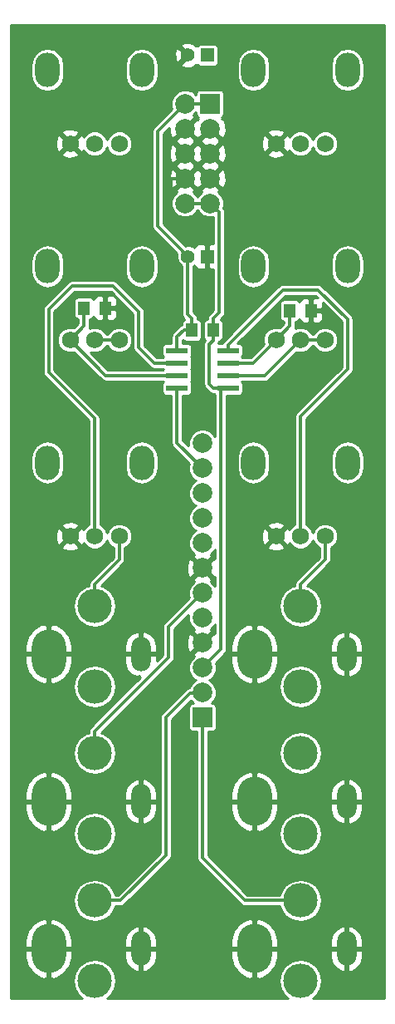
<source format=gbl>
%FSLAX46Y46*%
G04 Gerber Fmt 4.6, Leading zero omitted, Abs format (unit mm)*
G04 Created by KiCad (PCBNEW (2014-09-02 BZR 5112)-product) date 2015-04-07 11:50:48 AM*
%MOMM*%
G01*
G04 APERTURE LIST*
%ADD10C,0.150000*%
%ADD11R,2.199640X0.599440*%
%ADD12R,1.143000X1.397000*%
%ADD13O,3.500000X5.000000*%
%ADD14O,2.000000X3.500000*%
%ADD15O,3.500000X3.500000*%
%ADD16R,1.998980X1.998980*%
%ADD17C,1.998980*%
%ADD18O,2.500000X3.500000*%
%ADD19C,1.750000*%
%ADD20R,1.400000X1.400000*%
%ADD21C,1.400000*%
%ADD22C,0.355600*%
%ADD23C,0.304800*%
%ADD24C,0.254000*%
G04 APERTURE END LIST*
D10*
D11*
X221401580Y-144405000D03*
X221401580Y-143135000D03*
X221401580Y-141865000D03*
X221401580Y-140595000D03*
X226598420Y-140595000D03*
X226598420Y-141865000D03*
X226598420Y-143135000D03*
X226598420Y-144405000D03*
D12*
X225079500Y-138500000D03*
X222920500Y-138500000D03*
X235079500Y-136500000D03*
X232920500Y-136500000D03*
X214079500Y-136250000D03*
X211920500Y-136250000D03*
D13*
X229300000Y-186500000D03*
D14*
X238700000Y-186500000D03*
D15*
X234000000Y-181600000D03*
X234000000Y-189800000D03*
D13*
X208300000Y-186500000D03*
D14*
X217700000Y-186500000D03*
D15*
X213000000Y-181600000D03*
X213000000Y-189800000D03*
D13*
X229300000Y-201500000D03*
D14*
X238700000Y-201500000D03*
D15*
X234000000Y-196600000D03*
X234000000Y-204800000D03*
D13*
X208300000Y-201500000D03*
D14*
X217700000Y-201500000D03*
D15*
X213000000Y-196600000D03*
X213000000Y-204800000D03*
D13*
X208300000Y-171500000D03*
D14*
X217700000Y-171500000D03*
D15*
X213000000Y-166600000D03*
X213000000Y-174800000D03*
D13*
X229300000Y-171500000D03*
D14*
X238700000Y-171500000D03*
D15*
X234000000Y-166600000D03*
X234000000Y-174800000D03*
D16*
X224000000Y-177970000D03*
D17*
X224000000Y-175430000D03*
X224000000Y-172890000D03*
X224000000Y-170350000D03*
X224000000Y-167810000D03*
X224000000Y-165270000D03*
X224000000Y-162730000D03*
X224000000Y-160190000D03*
X224000000Y-157650000D03*
X224000000Y-155110000D03*
X224000000Y-152570000D03*
X224000000Y-150030000D03*
X224770000Y-123040000D03*
X224770000Y-120500000D03*
X224770000Y-125580000D03*
X224770000Y-117960000D03*
D16*
X224770000Y-115420000D03*
D17*
X222230000Y-115420000D03*
X222230000Y-117960000D03*
X222230000Y-120500000D03*
X222230000Y-123040000D03*
X222230000Y-125580000D03*
D18*
X238800000Y-152000000D03*
X229200000Y-152000000D03*
D19*
X236500000Y-159500000D03*
X234000000Y-159500000D03*
X231500000Y-159500000D03*
D18*
X217800000Y-112000000D03*
X208200000Y-112000000D03*
D19*
X215500000Y-119500000D03*
X213000000Y-119500000D03*
X210500000Y-119500000D03*
D18*
X217800000Y-132000000D03*
X208200000Y-132000000D03*
D19*
X215500000Y-139500000D03*
X213000000Y-139500000D03*
X210500000Y-139500000D03*
D18*
X217800000Y-152000000D03*
X208200000Y-152000000D03*
D19*
X215500000Y-159500000D03*
X213000000Y-159500000D03*
X210500000Y-159500000D03*
D18*
X238800000Y-132000000D03*
X229200000Y-132000000D03*
D19*
X236500000Y-139500000D03*
X234000000Y-139500000D03*
X231500000Y-139500000D03*
D18*
X238800000Y-112000000D03*
X229200000Y-112000000D03*
D19*
X236500000Y-119500000D03*
X234000000Y-119500000D03*
X231500000Y-119500000D03*
D20*
X224500000Y-110500000D03*
D21*
X222500000Y-110500000D03*
D20*
X224500000Y-131000000D03*
D21*
X222500000Y-131000000D03*
D22*
X224700000Y-143962000D02*
X224700000Y-139933600D01*
X224700000Y-139933600D02*
X225079500Y-139554100D01*
X225079500Y-139554100D02*
X225079500Y-138500000D01*
X226598420Y-144405000D02*
X225143000Y-144405000D01*
X225143000Y-144405000D02*
X224700000Y-143962000D01*
X225875200Y-144405000D02*
X225875200Y-171014800D01*
X225875200Y-171014800D02*
X224000000Y-172890000D01*
X226598400Y-144405000D02*
X225875200Y-144405000D01*
X224770000Y-125580000D02*
X222230000Y-125580000D01*
X225079500Y-137318600D02*
X225687600Y-136710500D01*
X225687600Y-136710500D02*
X225687600Y-126497600D01*
X225687600Y-126497600D02*
X224770000Y-125580000D01*
X225079500Y-138500000D02*
X225079500Y-137318600D01*
X222920500Y-138500000D02*
X222100000Y-138500000D01*
X222100000Y-138500000D02*
X221401580Y-139198420D01*
X221401580Y-139198420D02*
X221401580Y-140595000D01*
X222920500Y-138500000D02*
X222920500Y-137318600D01*
X222500000Y-131000000D02*
X222500000Y-136898100D01*
X222500000Y-136898100D02*
X222920500Y-137318600D01*
X222230000Y-115420000D02*
X223287600Y-115420000D01*
X224770000Y-115420000D02*
X223287600Y-115420000D01*
D23*
X221800001Y-130300001D02*
X222500000Y-131000000D01*
X219425000Y-127925000D02*
X221800001Y-130300001D01*
X219425000Y-118225000D02*
X219425000Y-127925000D01*
X222230000Y-115420000D02*
X219425000Y-118225000D01*
D22*
X221401580Y-144405000D02*
X221401580Y-149971580D01*
X221401580Y-149971580D02*
X224000000Y-152570000D01*
X224000000Y-152570000D02*
X223970000Y-152570000D01*
X213000000Y-139500000D02*
X215500000Y-139500000D01*
X230365000Y-143135000D02*
X226598420Y-143135000D01*
X234000000Y-139500000D02*
X230365000Y-143135000D01*
X234000000Y-139500000D02*
X236500000Y-139500000D01*
D23*
X236500000Y-139500000D02*
X236238300Y-139761700D01*
X222230000Y-123040000D02*
X220816508Y-123040000D01*
X220816508Y-123040000D02*
X220773309Y-123083199D01*
X220773309Y-123083199D02*
X220773309Y-126268509D01*
X220773309Y-126268509D02*
X224500000Y-129995200D01*
X224500000Y-129995200D02*
X224500000Y-131000000D01*
D22*
X213000000Y-181600000D02*
X213000000Y-179367100D01*
X224000000Y-165270000D02*
X220530400Y-168739600D01*
X220530400Y-168739600D02*
X220530400Y-171836700D01*
X220530400Y-171836700D02*
X213000000Y-179367100D01*
D23*
X224000000Y-175430000D02*
X223930000Y-175500000D01*
X223930000Y-175500000D02*
X222700000Y-175500000D01*
X222700000Y-175500000D02*
X220250000Y-177950000D01*
X220250000Y-177950000D02*
X220250000Y-192000000D01*
X220250000Y-192000000D02*
X215650000Y-196600000D01*
X215650000Y-196600000D02*
X213000000Y-196600000D01*
X224000000Y-175430000D02*
X223805600Y-175430000D01*
X224000000Y-192250000D02*
X228350000Y-196600000D01*
X228350000Y-196600000D02*
X234000000Y-196600000D01*
X224000000Y-177970000D02*
X224000000Y-192250000D01*
X213000000Y-166600000D02*
X213000000Y-164392500D01*
X215500000Y-159500000D02*
X215500000Y-161892500D01*
X215500000Y-161892500D02*
X213000000Y-164392500D01*
X234000000Y-166600000D02*
X234000000Y-164392500D01*
X236500000Y-159500000D02*
X236500000Y-161892500D01*
X236500000Y-161892500D02*
X234000000Y-164392500D01*
X221401580Y-141865000D02*
X219065000Y-141865000D01*
X219065000Y-141865000D02*
X217500000Y-140300000D01*
X217500000Y-140300000D02*
X217500000Y-136600000D01*
X217500000Y-136600000D02*
X214900000Y-134000000D01*
X214900000Y-134000000D02*
X210700000Y-134000000D01*
X208300000Y-136400000D02*
X208300000Y-142800000D01*
X210700000Y-134000000D02*
X208300000Y-136400000D01*
X208300000Y-142800000D02*
X213000000Y-147500000D01*
X213000000Y-147500000D02*
X213000000Y-158262564D01*
X213000000Y-158262564D02*
X213000000Y-159500000D01*
X221401580Y-143135000D02*
X214135000Y-143135000D01*
X214135000Y-143135000D02*
X210500000Y-139500000D01*
X211920500Y-136250000D02*
X211920500Y-138079500D01*
X211920500Y-138079500D02*
X210500000Y-139500000D01*
X210920500Y-139920500D02*
X210500000Y-139500000D01*
X234000000Y-159500000D02*
X234000000Y-147300000D01*
X234000000Y-147300000D02*
X238800000Y-142500000D01*
X238800000Y-142500000D02*
X238800000Y-137400000D01*
X238800000Y-137400000D02*
X235800000Y-134400000D01*
X235800000Y-134400000D02*
X232188900Y-134400000D01*
X232188900Y-134400000D02*
X226598420Y-139990480D01*
X226598420Y-139990480D02*
X226598420Y-140595000D01*
X226598420Y-141865000D02*
X229135000Y-141865000D01*
X229135000Y-141865000D02*
X231500000Y-139500000D01*
X232920500Y-136500000D02*
X232920500Y-138079500D01*
X232920500Y-138079500D02*
X231500000Y-139500000D01*
X231420500Y-139579500D02*
X231500000Y-139500000D01*
D22*
X231500000Y-139650900D02*
X231500000Y-139500000D01*
D24*
G36*
X242569000Y-206569000D02*
X240481800Y-206569000D01*
X240481800Y-152542744D01*
X240481800Y-151457256D01*
X240481800Y-132542744D01*
X240481800Y-131457256D01*
X240481800Y-112542744D01*
X240481800Y-111457256D01*
X240353781Y-110813659D01*
X239989212Y-110268044D01*
X239443597Y-109903475D01*
X238800000Y-109775456D01*
X238156403Y-109903475D01*
X237610788Y-110268044D01*
X237246219Y-110813659D01*
X237118200Y-111457256D01*
X237118200Y-112542744D01*
X237246219Y-113186341D01*
X237610788Y-113731956D01*
X238156403Y-114096525D01*
X238800000Y-114224544D01*
X239443597Y-114096525D01*
X239989212Y-113731956D01*
X240353781Y-113186341D01*
X240481800Y-112542744D01*
X240481800Y-131457256D01*
X240353781Y-130813659D01*
X239989212Y-130268044D01*
X239443597Y-129903475D01*
X238800000Y-129775456D01*
X238156403Y-129903475D01*
X237807027Y-130136921D01*
X237807027Y-119241202D01*
X237608497Y-118760724D01*
X237241209Y-118392795D01*
X236761079Y-118193427D01*
X236241202Y-118192973D01*
X235760724Y-118391503D01*
X235392795Y-118758791D01*
X235249894Y-119102931D01*
X235108497Y-118760724D01*
X234741209Y-118392795D01*
X234261079Y-118193427D01*
X233741202Y-118192973D01*
X233260724Y-118391503D01*
X232892795Y-118758791D01*
X232866334Y-118822515D01*
X232815953Y-118700884D01*
X232562060Y-118617545D01*
X232382455Y-118797150D01*
X232382455Y-118437940D01*
X232299116Y-118184047D01*
X231734694Y-117978410D01*
X231134542Y-118004421D01*
X230881800Y-118109109D01*
X230881800Y-112542744D01*
X230881800Y-111457256D01*
X230753781Y-110813659D01*
X230389212Y-110268044D01*
X229843597Y-109903475D01*
X229200000Y-109775456D01*
X228556403Y-109903475D01*
X228010788Y-110268044D01*
X227646219Y-110813659D01*
X227518200Y-111457256D01*
X227518200Y-112542744D01*
X227646219Y-113186341D01*
X228010788Y-113731956D01*
X228556403Y-114096525D01*
X229200000Y-114224544D01*
X229843597Y-114096525D01*
X230389212Y-113731956D01*
X230753781Y-113186341D01*
X230881800Y-112542744D01*
X230881800Y-118109109D01*
X230700884Y-118184047D01*
X230617545Y-118437940D01*
X231500000Y-119320395D01*
X232382455Y-118437940D01*
X232382455Y-118797150D01*
X231679605Y-119500000D01*
X232562060Y-120382455D01*
X232815953Y-120299116D01*
X232862940Y-120170148D01*
X232891503Y-120239276D01*
X233258791Y-120607205D01*
X233738921Y-120806573D01*
X234258798Y-120807027D01*
X234739276Y-120608497D01*
X235107205Y-120241209D01*
X235250105Y-119897068D01*
X235391503Y-120239276D01*
X235758791Y-120607205D01*
X236238921Y-120806573D01*
X236758798Y-120807027D01*
X237239276Y-120608497D01*
X237607205Y-120241209D01*
X237806573Y-119761079D01*
X237807027Y-119241202D01*
X237807027Y-130136921D01*
X237610788Y-130268044D01*
X237246219Y-130813659D01*
X237118200Y-131457256D01*
X237118200Y-132542744D01*
X237246219Y-133186341D01*
X237610788Y-133731956D01*
X238156403Y-134096525D01*
X238800000Y-134224544D01*
X239443597Y-134096525D01*
X239989212Y-133731956D01*
X240353781Y-133186341D01*
X240481800Y-132542744D01*
X240481800Y-151457256D01*
X240353781Y-150813659D01*
X239989212Y-150268044D01*
X239443597Y-149903475D01*
X239384201Y-149891660D01*
X239384201Y-137400000D01*
X239339731Y-137176437D01*
X239339730Y-137176436D01*
X239213092Y-136986908D01*
X236213092Y-133986908D01*
X236023564Y-133860270D01*
X235800000Y-133815800D01*
X232382455Y-133815800D01*
X232382455Y-120562060D01*
X231500000Y-119679605D01*
X231320395Y-119859210D01*
X231320395Y-119500000D01*
X230437940Y-118617545D01*
X230184047Y-118700884D01*
X229978410Y-119265306D01*
X230004421Y-119865458D01*
X230184047Y-120299116D01*
X230437940Y-120382455D01*
X231320395Y-119500000D01*
X231320395Y-119859210D01*
X230617545Y-120562060D01*
X230700884Y-120815953D01*
X231265306Y-121021590D01*
X231865458Y-120995579D01*
X232299116Y-120815953D01*
X232382455Y-120562060D01*
X232382455Y-133815800D01*
X232188905Y-133815800D01*
X232188900Y-133815799D01*
X231965337Y-133860269D01*
X231775808Y-133986908D01*
X230881800Y-134880916D01*
X230881800Y-132542744D01*
X230881800Y-131457256D01*
X230753781Y-130813659D01*
X230389212Y-130268044D01*
X229843597Y-129903475D01*
X229200000Y-129775456D01*
X228556403Y-129903475D01*
X228010788Y-130268044D01*
X227646219Y-130813659D01*
X227518200Y-131457256D01*
X227518200Y-132542744D01*
X227646219Y-133186341D01*
X228010788Y-133731956D01*
X228556403Y-134096525D01*
X229200000Y-134224544D01*
X229843597Y-134096525D01*
X230389212Y-133731956D01*
X230753781Y-133186341D01*
X230881800Y-132542744D01*
X230881800Y-134880916D01*
X226415401Y-139347315D01*
X226415401Y-123304418D01*
X226415401Y-120764418D01*
X226391341Y-120114623D01*
X226188965Y-119626042D01*
X225922163Y-119527443D01*
X225742557Y-119707048D01*
X225742557Y-119347837D01*
X225699009Y-119230000D01*
X225742557Y-119112163D01*
X224770000Y-118139605D01*
X224590395Y-118319210D01*
X223797443Y-119112163D01*
X223840990Y-119230000D01*
X223797443Y-119347837D01*
X224770000Y-120320395D01*
X225742557Y-119347837D01*
X225742557Y-119707048D01*
X224949605Y-120500000D01*
X225922163Y-121472557D01*
X226188965Y-121373958D01*
X226415401Y-120764418D01*
X226415401Y-123304418D01*
X226391341Y-122654623D01*
X226188965Y-122166042D01*
X225922163Y-122067443D01*
X225742557Y-122247048D01*
X225742557Y-121887837D01*
X225699009Y-121770000D01*
X225742557Y-121652163D01*
X224770000Y-120679605D01*
X224590395Y-120859210D01*
X224590395Y-120500000D01*
X223617837Y-119527443D01*
X223500000Y-119570990D01*
X223382163Y-119527443D01*
X223202557Y-119707048D01*
X223202557Y-119347837D01*
X223159009Y-119230000D01*
X223202557Y-119112163D01*
X222230000Y-118139605D01*
X221257443Y-119112163D01*
X221300990Y-119230000D01*
X221257443Y-119347837D01*
X222230000Y-120320395D01*
X223202557Y-119347837D01*
X223202557Y-119707048D01*
X222409605Y-120500000D01*
X223382163Y-121472557D01*
X223500000Y-121429009D01*
X223617837Y-121472557D01*
X224590395Y-120500000D01*
X224590395Y-120859210D01*
X223797443Y-121652163D01*
X223840990Y-121770000D01*
X223797443Y-121887837D01*
X224770000Y-122860395D01*
X225742557Y-121887837D01*
X225742557Y-122247048D01*
X224949605Y-123040000D01*
X225922163Y-124012557D01*
X226188965Y-123913958D01*
X226415401Y-123304418D01*
X226415401Y-139347315D01*
X226185328Y-139577388D01*
X226058690Y-139766916D01*
X226039482Y-139863480D01*
X225591851Y-139863480D01*
X225642697Y-139787384D01*
X225673942Y-139630300D01*
X225736890Y-139630300D01*
X225895595Y-139564563D01*
X226017062Y-139443095D01*
X226082800Y-139284391D01*
X226082800Y-139112610D01*
X226082800Y-137715610D01*
X226017063Y-137556905D01*
X225895595Y-137435438D01*
X225845511Y-137414692D01*
X226118652Y-137141552D01*
X226250797Y-136943784D01*
X226297199Y-136710500D01*
X226297200Y-136710500D01*
X226297200Y-126497600D01*
X226250797Y-126264316D01*
X226118652Y-126066548D01*
X226118652Y-126066547D01*
X226118011Y-126065906D01*
X226201041Y-125865950D01*
X226201538Y-125296548D01*
X225984096Y-124770298D01*
X225651887Y-124437509D01*
X225742557Y-124192163D01*
X224770000Y-123219605D01*
X224590395Y-123399210D01*
X224590395Y-123040000D01*
X223617837Y-122067443D01*
X223500000Y-122110990D01*
X223382163Y-122067443D01*
X223202557Y-122247048D01*
X223202557Y-121887837D01*
X223159009Y-121770000D01*
X223202557Y-121652163D01*
X222230000Y-120679605D01*
X222050395Y-120859210D01*
X222050395Y-120500000D01*
X221077837Y-119527443D01*
X220811035Y-119626042D01*
X220584599Y-120235582D01*
X220608659Y-120885377D01*
X220811035Y-121373958D01*
X221077837Y-121472557D01*
X222050395Y-120500000D01*
X222050395Y-120859210D01*
X221257443Y-121652163D01*
X221300990Y-121770000D01*
X221257443Y-121887837D01*
X222230000Y-122860395D01*
X223202557Y-121887837D01*
X223202557Y-122247048D01*
X222409605Y-123040000D01*
X223382163Y-124012557D01*
X223500000Y-123969009D01*
X223617837Y-124012557D01*
X224590395Y-123040000D01*
X224590395Y-123399210D01*
X223797443Y-124192163D01*
X223888235Y-124437841D01*
X223557319Y-124768181D01*
X223500129Y-124905909D01*
X223444096Y-124770298D01*
X223111887Y-124437509D01*
X223202557Y-124192163D01*
X222230000Y-123219605D01*
X222050395Y-123399210D01*
X222050395Y-123040000D01*
X221077837Y-122067443D01*
X220811035Y-122166042D01*
X220584599Y-122775582D01*
X220608659Y-123425377D01*
X220811035Y-123913958D01*
X221077837Y-124012557D01*
X222050395Y-123040000D01*
X222050395Y-123399210D01*
X221257443Y-124192163D01*
X221348235Y-124437841D01*
X221017319Y-124768181D01*
X220798959Y-125294050D01*
X220798462Y-125863452D01*
X221015904Y-126389702D01*
X221418181Y-126792681D01*
X221944050Y-127011041D01*
X222513452Y-127011538D01*
X223039702Y-126794096D01*
X223442681Y-126391819D01*
X223499870Y-126254090D01*
X223555904Y-126389702D01*
X223958181Y-126792681D01*
X224484050Y-127011041D01*
X225053452Y-127011538D01*
X225078000Y-127001394D01*
X225078000Y-129665000D01*
X224785750Y-129665000D01*
X224627000Y-129823750D01*
X224627000Y-130873000D01*
X224647000Y-130873000D01*
X224647000Y-131127000D01*
X224627000Y-131127000D01*
X224627000Y-132176250D01*
X224785750Y-132335000D01*
X225078000Y-132335000D01*
X225078000Y-136457996D01*
X224648448Y-136887548D01*
X224516303Y-137085316D01*
X224469900Y-137318600D01*
X224469900Y-137369700D01*
X224422110Y-137369700D01*
X224263405Y-137435437D01*
X224141938Y-137556905D01*
X224076200Y-137715609D01*
X224076200Y-137887390D01*
X224076200Y-139284390D01*
X224141937Y-139443095D01*
X224241888Y-139543045D01*
X224136803Y-139700316D01*
X224090400Y-139933600D01*
X224090400Y-143962000D01*
X224136803Y-144195284D01*
X224268948Y-144393052D01*
X224711948Y-144836053D01*
X224830501Y-144915267D01*
X224909716Y-144968197D01*
X224909717Y-144968197D01*
X225143000Y-145014600D01*
X225197822Y-145014600D01*
X225254005Y-145070782D01*
X225265600Y-145075584D01*
X225265600Y-149344947D01*
X225214096Y-149220298D01*
X224811819Y-148817319D01*
X224285950Y-148598959D01*
X223716548Y-148598462D01*
X223190298Y-148815904D01*
X222787319Y-149218181D01*
X222568959Y-149744050D01*
X222568494Y-150276390D01*
X222011180Y-149719076D01*
X222011180Y-145136520D01*
X222587290Y-145136520D01*
X222745995Y-145070783D01*
X222867462Y-144949315D01*
X222933200Y-144790611D01*
X222933200Y-144618830D01*
X222933200Y-144019390D01*
X222867463Y-143860685D01*
X222776777Y-143770000D01*
X222867462Y-143679315D01*
X222933200Y-143520611D01*
X222933200Y-143348830D01*
X222933200Y-142749390D01*
X222867463Y-142590685D01*
X222776777Y-142500000D01*
X222867462Y-142409315D01*
X222933200Y-142250611D01*
X222933200Y-142078830D01*
X222933200Y-141479390D01*
X222867463Y-141320685D01*
X222776777Y-141230000D01*
X222867462Y-141139315D01*
X222933200Y-140980611D01*
X222933200Y-140808830D01*
X222933200Y-140209390D01*
X222867463Y-140050685D01*
X222745995Y-139929218D01*
X222587291Y-139863480D01*
X222415510Y-139863480D01*
X222011180Y-139863480D01*
X222011180Y-139471337D01*
X222104405Y-139564562D01*
X222263109Y-139630300D01*
X222434890Y-139630300D01*
X223577890Y-139630300D01*
X223736595Y-139564563D01*
X223858062Y-139443095D01*
X223923800Y-139284391D01*
X223923800Y-139112610D01*
X223923800Y-137715610D01*
X223858063Y-137556905D01*
X223736595Y-137435438D01*
X223577891Y-137369700D01*
X223530100Y-137369700D01*
X223530100Y-137318600D01*
X223483697Y-137085316D01*
X223351552Y-136887548D01*
X223109600Y-136645596D01*
X223109600Y-131972727D01*
X223140275Y-131960053D01*
X223196959Y-131903467D01*
X223261673Y-132059699D01*
X223440302Y-132238327D01*
X223673691Y-132335000D01*
X224214250Y-132335000D01*
X224373000Y-132176250D01*
X224373000Y-131127000D01*
X224353000Y-131127000D01*
X224353000Y-130873000D01*
X224373000Y-130873000D01*
X224373000Y-129823750D01*
X224214250Y-129665000D01*
X223673691Y-129665000D01*
X223440302Y-129761673D01*
X223261673Y-129940301D01*
X223197065Y-130096277D01*
X223141950Y-130041066D01*
X222726117Y-129868397D01*
X222275859Y-129868004D01*
X222218067Y-129891883D01*
X222213093Y-129886909D01*
X220009200Y-127683016D01*
X220009200Y-118466984D01*
X220591597Y-117884586D01*
X220608659Y-118345377D01*
X220811035Y-118833958D01*
X221077837Y-118932557D01*
X222050395Y-117960000D01*
X222036252Y-117945857D01*
X222215857Y-117766252D01*
X222230000Y-117780395D01*
X223202557Y-116807837D01*
X223111764Y-116562158D01*
X223338710Y-116335608D01*
X223338710Y-116505380D01*
X223404447Y-116664085D01*
X223525915Y-116785552D01*
X223572052Y-116804663D01*
X223503554Y-116873162D01*
X223617835Y-116987443D01*
X223500000Y-117030990D01*
X223382163Y-116987443D01*
X222409605Y-117960000D01*
X223382163Y-118932557D01*
X223500000Y-118889009D01*
X223617837Y-118932557D01*
X224590395Y-117960000D01*
X224576252Y-117945857D01*
X224755857Y-117766252D01*
X224770000Y-117780395D01*
X224784142Y-117766252D01*
X224963747Y-117945857D01*
X224949605Y-117960000D01*
X225922163Y-118932557D01*
X226188965Y-118833958D01*
X226415401Y-118224418D01*
X226391341Y-117574623D01*
X226188965Y-117086042D01*
X225922164Y-116987443D01*
X226036446Y-116873162D01*
X225967947Y-116804663D01*
X226014085Y-116785553D01*
X226135552Y-116664085D01*
X226201290Y-116505381D01*
X226201290Y-116333600D01*
X226201290Y-114334620D01*
X226135553Y-114175915D01*
X226014085Y-114054448D01*
X225855381Y-113988710D01*
X225683600Y-113988710D01*
X225631800Y-113988710D01*
X225631800Y-111285891D01*
X225631800Y-111114110D01*
X225631800Y-109714110D01*
X225566063Y-109555405D01*
X225444595Y-109433938D01*
X225285891Y-109368200D01*
X225114110Y-109368200D01*
X223714110Y-109368200D01*
X223555405Y-109433937D01*
X223455393Y-109533949D01*
X223370918Y-109449474D01*
X223255668Y-109564723D01*
X223193831Y-109328958D01*
X222692878Y-109152581D01*
X222162560Y-109181336D01*
X221806169Y-109328958D01*
X221744331Y-109564725D01*
X222500000Y-110320395D01*
X222514142Y-110306252D01*
X222693747Y-110485857D01*
X222679605Y-110500000D01*
X222693747Y-110514142D01*
X222514142Y-110693747D01*
X222500000Y-110679605D01*
X222320395Y-110859210D01*
X222320395Y-110500000D01*
X221564725Y-109744331D01*
X221328958Y-109806169D01*
X221152581Y-110307122D01*
X221181336Y-110837440D01*
X221328958Y-111193831D01*
X221564725Y-111255669D01*
X222320395Y-110500000D01*
X222320395Y-110859210D01*
X221744331Y-111435275D01*
X221806169Y-111671042D01*
X222307122Y-111847419D01*
X222837440Y-111818664D01*
X223193831Y-111671042D01*
X223255668Y-111435276D01*
X223255669Y-111435277D01*
X223370918Y-111550526D01*
X223455393Y-111466050D01*
X223555405Y-111566062D01*
X223714109Y-111631800D01*
X223885890Y-111631800D01*
X225285890Y-111631800D01*
X225444595Y-111566063D01*
X225566062Y-111444595D01*
X225631800Y-111285891D01*
X225631800Y-113988710D01*
X223684620Y-113988710D01*
X223525915Y-114054447D01*
X223404448Y-114175915D01*
X223338710Y-114334619D01*
X223338710Y-114504728D01*
X223255669Y-114421542D01*
X223041819Y-114207319D01*
X222515950Y-113988959D01*
X221946548Y-113988462D01*
X221420298Y-114205904D01*
X221017319Y-114608181D01*
X220798959Y-115134050D01*
X220798462Y-115703452D01*
X220892580Y-115931235D01*
X219481800Y-117342015D01*
X219481800Y-112542744D01*
X219481800Y-111457256D01*
X219353781Y-110813659D01*
X218989212Y-110268044D01*
X218443597Y-109903475D01*
X217800000Y-109775456D01*
X217156403Y-109903475D01*
X216610788Y-110268044D01*
X216246219Y-110813659D01*
X216118200Y-111457256D01*
X216118200Y-112542744D01*
X216246219Y-113186341D01*
X216610788Y-113731956D01*
X217156403Y-114096525D01*
X217800000Y-114224544D01*
X218443597Y-114096525D01*
X218989212Y-113731956D01*
X219353781Y-113186341D01*
X219481800Y-112542744D01*
X219481800Y-117342015D01*
X219011908Y-117811908D01*
X218885270Y-118001436D01*
X218840800Y-118225000D01*
X218840800Y-127925000D01*
X218885270Y-128148564D01*
X219011908Y-128338092D01*
X221386909Y-130713093D01*
X221391664Y-130717848D01*
X221368397Y-130773883D01*
X221368004Y-131224141D01*
X221539947Y-131640275D01*
X221858050Y-131958934D01*
X221890400Y-131972366D01*
X221890400Y-136898100D01*
X221936803Y-137131384D01*
X222068948Y-137329152D01*
X222154488Y-137414692D01*
X222104405Y-137435437D01*
X221982938Y-137556905D01*
X221917200Y-137715609D01*
X221917200Y-137887390D01*
X221917200Y-137926761D01*
X221866716Y-137936803D01*
X221668948Y-138068948D01*
X220970528Y-138767368D01*
X220838383Y-138965136D01*
X220791980Y-139198420D01*
X220791980Y-139863480D01*
X220215870Y-139863480D01*
X220057165Y-139929217D01*
X219935698Y-140050685D01*
X219869960Y-140209389D01*
X219869960Y-140381170D01*
X219869960Y-140980610D01*
X219935697Y-141139315D01*
X220026382Y-141229999D01*
X219975582Y-141280800D01*
X219481800Y-141280800D01*
X219481800Y-132542744D01*
X219481800Y-131457256D01*
X219353781Y-130813659D01*
X218989212Y-130268044D01*
X218443597Y-129903475D01*
X217800000Y-129775456D01*
X217156403Y-129903475D01*
X216807027Y-130136921D01*
X216807027Y-119241202D01*
X216608497Y-118760724D01*
X216241209Y-118392795D01*
X215761079Y-118193427D01*
X215241202Y-118192973D01*
X214760724Y-118391503D01*
X214392795Y-118758791D01*
X214249894Y-119102931D01*
X214108497Y-118760724D01*
X213741209Y-118392795D01*
X213261079Y-118193427D01*
X212741202Y-118192973D01*
X212260724Y-118391503D01*
X211892795Y-118758791D01*
X211866334Y-118822515D01*
X211815953Y-118700884D01*
X211562060Y-118617545D01*
X211382455Y-118797150D01*
X211382455Y-118437940D01*
X211299116Y-118184047D01*
X210734694Y-117978410D01*
X210134542Y-118004421D01*
X209881800Y-118109109D01*
X209881800Y-112542744D01*
X209881800Y-111457256D01*
X209753781Y-110813659D01*
X209389212Y-110268044D01*
X208843597Y-109903475D01*
X208200000Y-109775456D01*
X207556403Y-109903475D01*
X207010788Y-110268044D01*
X206646219Y-110813659D01*
X206518200Y-111457256D01*
X206518200Y-112542744D01*
X206646219Y-113186341D01*
X207010788Y-113731956D01*
X207556403Y-114096525D01*
X208200000Y-114224544D01*
X208843597Y-114096525D01*
X209389212Y-113731956D01*
X209753781Y-113186341D01*
X209881800Y-112542744D01*
X209881800Y-118109109D01*
X209700884Y-118184047D01*
X209617545Y-118437940D01*
X210500000Y-119320395D01*
X211382455Y-118437940D01*
X211382455Y-118797150D01*
X210679605Y-119500000D01*
X211562060Y-120382455D01*
X211815953Y-120299116D01*
X211862940Y-120170148D01*
X211891503Y-120239276D01*
X212258791Y-120607205D01*
X212738921Y-120806573D01*
X213258798Y-120807027D01*
X213739276Y-120608497D01*
X214107205Y-120241209D01*
X214250105Y-119897068D01*
X214391503Y-120239276D01*
X214758791Y-120607205D01*
X215238921Y-120806573D01*
X215758798Y-120807027D01*
X216239276Y-120608497D01*
X216607205Y-120241209D01*
X216806573Y-119761079D01*
X216807027Y-119241202D01*
X216807027Y-130136921D01*
X216610788Y-130268044D01*
X216246219Y-130813659D01*
X216118200Y-131457256D01*
X216118200Y-132542744D01*
X216246219Y-133186341D01*
X216610788Y-133731956D01*
X217156403Y-134096525D01*
X217800000Y-134224544D01*
X218443597Y-134096525D01*
X218989212Y-133731956D01*
X219353781Y-133186341D01*
X219481800Y-132542744D01*
X219481800Y-141280800D01*
X219306984Y-141280800D01*
X218084200Y-140058016D01*
X218084200Y-136600000D01*
X218039730Y-136376437D01*
X218039730Y-136376436D01*
X217913092Y-136186908D01*
X215313092Y-133586908D01*
X215123564Y-133460270D01*
X214900000Y-133415800D01*
X211382455Y-133415800D01*
X211382455Y-120562060D01*
X210500000Y-119679605D01*
X210320395Y-119859210D01*
X210320395Y-119500000D01*
X209437940Y-118617545D01*
X209184047Y-118700884D01*
X208978410Y-119265306D01*
X209004421Y-119865458D01*
X209184047Y-120299116D01*
X209437940Y-120382455D01*
X210320395Y-119500000D01*
X210320395Y-119859210D01*
X209617545Y-120562060D01*
X209700884Y-120815953D01*
X210265306Y-121021590D01*
X210865458Y-120995579D01*
X211299116Y-120815953D01*
X211382455Y-120562060D01*
X211382455Y-133415800D01*
X210700005Y-133415800D01*
X210700000Y-133415799D01*
X210476437Y-133460269D01*
X210413547Y-133502290D01*
X210286908Y-133586908D01*
X210286905Y-133586911D01*
X209881800Y-133992016D01*
X209881800Y-132542744D01*
X209881800Y-131457256D01*
X209753781Y-130813659D01*
X209389212Y-130268044D01*
X208843597Y-129903475D01*
X208200000Y-129775456D01*
X207556403Y-129903475D01*
X207010788Y-130268044D01*
X206646219Y-130813659D01*
X206518200Y-131457256D01*
X206518200Y-132542744D01*
X206646219Y-133186341D01*
X207010788Y-133731956D01*
X207556403Y-134096525D01*
X208200000Y-134224544D01*
X208843597Y-134096525D01*
X209389212Y-133731956D01*
X209753781Y-133186341D01*
X209881800Y-132542744D01*
X209881800Y-133992016D01*
X207886908Y-135986908D01*
X207760270Y-136176436D01*
X207715800Y-136400000D01*
X207715800Y-142800000D01*
X207760270Y-143023564D01*
X207886908Y-143213092D01*
X212415800Y-147741984D01*
X212415800Y-158262564D01*
X212415800Y-158327426D01*
X212260724Y-158391503D01*
X211892795Y-158758791D01*
X211866334Y-158822515D01*
X211815953Y-158700884D01*
X211562060Y-158617545D01*
X211382455Y-158797150D01*
X211382455Y-158437940D01*
X211299116Y-158184047D01*
X210734694Y-157978410D01*
X210134542Y-158004421D01*
X209881800Y-158109109D01*
X209881800Y-152542744D01*
X209881800Y-151457256D01*
X209753781Y-150813659D01*
X209389212Y-150268044D01*
X208843597Y-149903475D01*
X208200000Y-149775456D01*
X207556403Y-149903475D01*
X207010788Y-150268044D01*
X206646219Y-150813659D01*
X206518200Y-151457256D01*
X206518200Y-152542744D01*
X206646219Y-153186341D01*
X207010788Y-153731956D01*
X207556403Y-154096525D01*
X208200000Y-154224544D01*
X208843597Y-154096525D01*
X209389212Y-153731956D01*
X209753781Y-153186341D01*
X209881800Y-152542744D01*
X209881800Y-158109109D01*
X209700884Y-158184047D01*
X209617545Y-158437940D01*
X210500000Y-159320395D01*
X211382455Y-158437940D01*
X211382455Y-158797150D01*
X210679605Y-159500000D01*
X211562060Y-160382455D01*
X211815953Y-160299116D01*
X211862940Y-160170148D01*
X211891503Y-160239276D01*
X212258791Y-160607205D01*
X212738921Y-160806573D01*
X213258798Y-160807027D01*
X213739276Y-160608497D01*
X214107205Y-160241209D01*
X214250105Y-159897068D01*
X214391503Y-160239276D01*
X214758791Y-160607205D01*
X214915800Y-160672401D01*
X214915800Y-161650516D01*
X212586908Y-163979408D01*
X212460270Y-164168936D01*
X212415800Y-164392500D01*
X212415800Y-164525902D01*
X212122317Y-164584280D01*
X211414490Y-165057234D01*
X211382455Y-165105177D01*
X211382455Y-160562060D01*
X210500000Y-159679605D01*
X210320395Y-159859210D01*
X210320395Y-159500000D01*
X209437940Y-158617545D01*
X209184047Y-158700884D01*
X208978410Y-159265306D01*
X209004421Y-159865458D01*
X209184047Y-160299116D01*
X209437940Y-160382455D01*
X210320395Y-159500000D01*
X210320395Y-159859210D01*
X209617545Y-160562060D01*
X209700884Y-160815953D01*
X210265306Y-161021590D01*
X210865458Y-160995579D01*
X211299116Y-160815953D01*
X211382455Y-160562060D01*
X211382455Y-165105177D01*
X210941536Y-165765061D01*
X210775456Y-166600000D01*
X210941536Y-167434939D01*
X211414490Y-168142766D01*
X212122317Y-168615720D01*
X212957256Y-168781800D01*
X213042744Y-168781800D01*
X213877683Y-168615720D01*
X214585510Y-168142766D01*
X215058464Y-167434939D01*
X215224544Y-166600000D01*
X215058464Y-165765061D01*
X214585510Y-165057234D01*
X213877683Y-164584280D01*
X213674766Y-164543917D01*
X215913092Y-162305592D01*
X216039730Y-162116064D01*
X216039730Y-162116063D01*
X216084200Y-161892500D01*
X216084200Y-160672573D01*
X216239276Y-160608497D01*
X216607205Y-160241209D01*
X216806573Y-159761079D01*
X216807027Y-159241202D01*
X216608497Y-158760724D01*
X216241209Y-158392795D01*
X215761079Y-158193427D01*
X215241202Y-158192973D01*
X214760724Y-158391503D01*
X214392795Y-158758791D01*
X214249894Y-159102931D01*
X214108497Y-158760724D01*
X213741209Y-158392795D01*
X213584200Y-158327598D01*
X213584200Y-158262564D01*
X213584200Y-147500000D01*
X213539731Y-147276437D01*
X213539730Y-147276436D01*
X213413092Y-147086908D01*
X208884200Y-142558016D01*
X208884200Y-136641983D01*
X210941983Y-134584200D01*
X214658016Y-134584200D01*
X216915800Y-136841984D01*
X216915800Y-140300000D01*
X216960270Y-140523564D01*
X217086908Y-140713092D01*
X218651908Y-142278092D01*
X218841436Y-142404730D01*
X218841437Y-142404730D01*
X219065000Y-142449200D01*
X219975582Y-142449200D01*
X220026382Y-142499999D01*
X219975582Y-142550800D01*
X214376984Y-142550800D01*
X212557370Y-140731186D01*
X212738921Y-140806573D01*
X213258798Y-140807027D01*
X213739276Y-140608497D01*
X214107205Y-140241209D01*
X214161853Y-140109600D01*
X214337921Y-140109600D01*
X214391503Y-140239276D01*
X214758791Y-140607205D01*
X215238921Y-140806573D01*
X215758798Y-140807027D01*
X216239276Y-140608497D01*
X216607205Y-140241209D01*
X216806573Y-139761079D01*
X216807027Y-139241202D01*
X216608497Y-138760724D01*
X216241209Y-138392795D01*
X215761079Y-138193427D01*
X215286000Y-138193012D01*
X215286000Y-137074810D01*
X215286000Y-136822191D01*
X215286000Y-136535750D01*
X215286000Y-135964250D01*
X215286000Y-135677809D01*
X215286000Y-135425190D01*
X215189327Y-135191801D01*
X215010698Y-135013173D01*
X214777309Y-134916500D01*
X214365250Y-134916500D01*
X214206500Y-135075250D01*
X214206500Y-136123000D01*
X215127250Y-136123000D01*
X215286000Y-135964250D01*
X215286000Y-136535750D01*
X215127250Y-136377000D01*
X214206500Y-136377000D01*
X214206500Y-137424750D01*
X214365250Y-137583500D01*
X214777309Y-137583500D01*
X215010698Y-137486827D01*
X215189327Y-137308199D01*
X215286000Y-137074810D01*
X215286000Y-138193012D01*
X215241202Y-138192973D01*
X214760724Y-138391503D01*
X214392795Y-138758791D01*
X214338146Y-138890400D01*
X214162078Y-138890400D01*
X214108497Y-138760724D01*
X213741209Y-138392795D01*
X213261079Y-138193427D01*
X212741202Y-138192973D01*
X212454687Y-138311358D01*
X212460230Y-138303064D01*
X212460230Y-138303063D01*
X212504700Y-138079500D01*
X212504700Y-137380300D01*
X212577890Y-137380300D01*
X212736595Y-137314563D01*
X212858062Y-137193095D01*
X212890028Y-137115921D01*
X212969673Y-137308199D01*
X213148302Y-137486827D01*
X213381691Y-137583500D01*
X213793750Y-137583500D01*
X213952500Y-137424750D01*
X213952500Y-136377000D01*
X213932500Y-136377000D01*
X213932500Y-136123000D01*
X213952500Y-136123000D01*
X213952500Y-135075250D01*
X213793750Y-134916500D01*
X213381691Y-134916500D01*
X213148302Y-135013173D01*
X212969673Y-135191801D01*
X212890028Y-135384078D01*
X212858063Y-135306905D01*
X212736595Y-135185438D01*
X212577891Y-135119700D01*
X212406110Y-135119700D01*
X211263110Y-135119700D01*
X211104405Y-135185437D01*
X210982938Y-135306905D01*
X210917200Y-135465609D01*
X210917200Y-135637390D01*
X210917200Y-137034390D01*
X210982937Y-137193095D01*
X211104405Y-137314562D01*
X211263109Y-137380300D01*
X211336300Y-137380300D01*
X211336300Y-137837516D01*
X210916042Y-138257773D01*
X210761079Y-138193427D01*
X210241202Y-138192973D01*
X209760724Y-138391503D01*
X209392795Y-138758791D01*
X209193427Y-139238921D01*
X209192973Y-139758798D01*
X209391503Y-140239276D01*
X209758791Y-140607205D01*
X210238921Y-140806573D01*
X210758798Y-140807027D01*
X210915920Y-140742104D01*
X213721908Y-143548092D01*
X213911436Y-143674730D01*
X213911437Y-143674730D01*
X214135000Y-143719200D01*
X219975582Y-143719200D01*
X220026382Y-143769999D01*
X219935698Y-143860685D01*
X219869960Y-144019389D01*
X219869960Y-144191170D01*
X219869960Y-144790610D01*
X219935697Y-144949315D01*
X220057165Y-145070782D01*
X220215869Y-145136520D01*
X220387650Y-145136520D01*
X220791980Y-145136520D01*
X220791980Y-149971580D01*
X220838383Y-150204864D01*
X220970528Y-150402632D01*
X222651988Y-152084092D01*
X222568959Y-152284050D01*
X222568462Y-152853452D01*
X222785904Y-153379702D01*
X223188181Y-153782681D01*
X223325909Y-153839870D01*
X223190298Y-153895904D01*
X222787319Y-154298181D01*
X222568959Y-154824050D01*
X222568462Y-155393452D01*
X222785904Y-155919702D01*
X223188181Y-156322681D01*
X223325909Y-156379870D01*
X223190298Y-156435904D01*
X222787319Y-156838181D01*
X222568959Y-157364050D01*
X222568462Y-157933452D01*
X222785904Y-158459702D01*
X223188181Y-158862681D01*
X223325909Y-158919870D01*
X223190298Y-158975904D01*
X222787319Y-159378181D01*
X222568959Y-159904050D01*
X222568462Y-160473452D01*
X222785904Y-160999702D01*
X223118112Y-161332490D01*
X223027443Y-161577837D01*
X224000000Y-162550395D01*
X224972557Y-161577837D01*
X224881764Y-161332158D01*
X225212681Y-161001819D01*
X225265600Y-160874375D01*
X225265600Y-161799364D01*
X225152163Y-161757443D01*
X224179605Y-162730000D01*
X225152163Y-163702557D01*
X225265600Y-163660635D01*
X225265600Y-164584947D01*
X225214096Y-164460298D01*
X224881887Y-164127509D01*
X224972557Y-163882163D01*
X224000000Y-162909605D01*
X223820395Y-163089210D01*
X223820395Y-162730000D01*
X222847837Y-161757443D01*
X222581035Y-161856042D01*
X222354599Y-162465582D01*
X222378659Y-163115377D01*
X222581035Y-163603958D01*
X222847837Y-163702557D01*
X223820395Y-162730000D01*
X223820395Y-163089210D01*
X223027443Y-163882163D01*
X223118235Y-164127841D01*
X222787319Y-164458181D01*
X222568959Y-164984050D01*
X222568462Y-165553452D01*
X222652077Y-165755817D01*
X220099348Y-168308548D01*
X219967203Y-168506316D01*
X219920800Y-168739600D01*
X219920800Y-171584196D01*
X219481800Y-172023196D01*
X219481800Y-152542744D01*
X219481800Y-151457256D01*
X219353781Y-150813659D01*
X218989212Y-150268044D01*
X218443597Y-149903475D01*
X217800000Y-149775456D01*
X217156403Y-149903475D01*
X216610788Y-150268044D01*
X216246219Y-150813659D01*
X216118200Y-151457256D01*
X216118200Y-152542744D01*
X216246219Y-153186341D01*
X216610788Y-153731956D01*
X217156403Y-154096525D01*
X217800000Y-154224544D01*
X218443597Y-154096525D01*
X218989212Y-153731956D01*
X219353781Y-153186341D01*
X219481800Y-152542744D01*
X219481800Y-172023196D01*
X219335000Y-172169996D01*
X219335000Y-171627000D01*
X219335000Y-171373000D01*
X219335000Y-170623000D01*
X219161942Y-170006980D01*
X218766317Y-169504078D01*
X218208355Y-169190856D01*
X218080434Y-169159876D01*
X217827000Y-169279223D01*
X217827000Y-171373000D01*
X219335000Y-171373000D01*
X219335000Y-171627000D01*
X217827000Y-171627000D01*
X217827000Y-171647000D01*
X217573000Y-171647000D01*
X217573000Y-171627000D01*
X217573000Y-171373000D01*
X217573000Y-169279223D01*
X217319566Y-169159876D01*
X217191645Y-169190856D01*
X216633683Y-169504078D01*
X216238058Y-170006980D01*
X216065000Y-170623000D01*
X216065000Y-171373000D01*
X217573000Y-171373000D01*
X217573000Y-171627000D01*
X216065000Y-171627000D01*
X216065000Y-172377000D01*
X216238058Y-172993020D01*
X216633683Y-173495922D01*
X217191645Y-173809144D01*
X217319566Y-173840124D01*
X217572998Y-173720777D01*
X217572998Y-173885000D01*
X217573000Y-173885000D01*
X217619996Y-173885000D01*
X217573000Y-173931996D01*
X215224544Y-176280452D01*
X215224544Y-174800000D01*
X215058464Y-173965061D01*
X214585510Y-173257234D01*
X213877683Y-172784280D01*
X213042744Y-172618200D01*
X212957256Y-172618200D01*
X212122317Y-172784280D01*
X211414490Y-173257234D01*
X210941536Y-173965061D01*
X210775456Y-174800000D01*
X210941536Y-175634939D01*
X211414490Y-176342766D01*
X212122317Y-176815720D01*
X212957256Y-176981800D01*
X213042744Y-176981800D01*
X213877683Y-176815720D01*
X214585510Y-176342766D01*
X215058464Y-175634939D01*
X215224544Y-174800000D01*
X215224544Y-176280452D01*
X212568948Y-178936048D01*
X212436803Y-179133816D01*
X212390400Y-179367100D01*
X212390400Y-179530954D01*
X212122317Y-179584280D01*
X211414490Y-180057234D01*
X210941536Y-180765061D01*
X210775456Y-181600000D01*
X210941536Y-182434939D01*
X211414490Y-183142766D01*
X212122317Y-183615720D01*
X212957256Y-183781800D01*
X213042744Y-183781800D01*
X213877683Y-183615720D01*
X214585510Y-183142766D01*
X215058464Y-182434939D01*
X215224544Y-181600000D01*
X215058464Y-180765061D01*
X214585510Y-180057234D01*
X213877683Y-179584280D01*
X213683541Y-179545662D01*
X220961452Y-172267752D01*
X221093597Y-172069984D01*
X221140000Y-171836700D01*
X221140000Y-168992104D01*
X222568924Y-167563179D01*
X222568462Y-168093452D01*
X222785904Y-168619702D01*
X223118112Y-168952490D01*
X223027443Y-169197837D01*
X224000000Y-170170395D01*
X224972557Y-169197837D01*
X224881764Y-168952158D01*
X225212681Y-168621819D01*
X225265600Y-168494375D01*
X225265600Y-169419364D01*
X225152163Y-169377443D01*
X224179605Y-170350000D01*
X224193747Y-170364142D01*
X224014142Y-170543747D01*
X224000000Y-170529605D01*
X223820395Y-170709210D01*
X223820395Y-170350000D01*
X222847837Y-169377443D01*
X222581035Y-169476042D01*
X222354599Y-170085582D01*
X222378659Y-170735377D01*
X222581035Y-171223958D01*
X222847837Y-171322557D01*
X223820395Y-170350000D01*
X223820395Y-170709210D01*
X223027443Y-171502163D01*
X223118235Y-171747841D01*
X222787319Y-172078181D01*
X222568959Y-172604050D01*
X222568462Y-173173452D01*
X222785904Y-173699702D01*
X223188181Y-174102681D01*
X223325909Y-174159870D01*
X223190298Y-174215904D01*
X222787319Y-174618181D01*
X222660471Y-174923662D01*
X222476436Y-174960270D01*
X222286908Y-175086908D01*
X219836908Y-177536908D01*
X219710270Y-177726436D01*
X219665800Y-177950000D01*
X219665800Y-191758016D01*
X219335000Y-192088816D01*
X219335000Y-187377000D01*
X219335000Y-186627000D01*
X219335000Y-186373000D01*
X219335000Y-185623000D01*
X219161942Y-185006980D01*
X218766317Y-184504078D01*
X218208355Y-184190856D01*
X218080434Y-184159876D01*
X217827000Y-184279223D01*
X217827000Y-186373000D01*
X219335000Y-186373000D01*
X219335000Y-186627000D01*
X217827000Y-186627000D01*
X217827000Y-188720777D01*
X218080434Y-188840124D01*
X218208355Y-188809144D01*
X218766317Y-188495922D01*
X219161942Y-187993020D01*
X219335000Y-187377000D01*
X219335000Y-192088816D01*
X217573000Y-193850816D01*
X217573000Y-188720777D01*
X217573000Y-186627000D01*
X217573000Y-186373000D01*
X217573000Y-184279223D01*
X217319566Y-184159876D01*
X217191645Y-184190856D01*
X216633683Y-184504078D01*
X216238058Y-185006980D01*
X216065000Y-185623000D01*
X216065000Y-186373000D01*
X217573000Y-186373000D01*
X217573000Y-186627000D01*
X216065000Y-186627000D01*
X216065000Y-187377000D01*
X216238058Y-187993020D01*
X216633683Y-188495922D01*
X217191645Y-188809144D01*
X217319566Y-188840124D01*
X217573000Y-188720777D01*
X217573000Y-193850816D01*
X215408016Y-196015800D01*
X215224544Y-196015800D01*
X215224544Y-189800000D01*
X215058464Y-188965061D01*
X214585510Y-188257234D01*
X213877683Y-187784280D01*
X213042744Y-187618200D01*
X212957256Y-187618200D01*
X212122317Y-187784280D01*
X211414490Y-188257234D01*
X210941536Y-188965061D01*
X210775456Y-189800000D01*
X210941536Y-190634939D01*
X211414490Y-191342766D01*
X212122317Y-191815720D01*
X212957256Y-191981800D01*
X213042744Y-191981800D01*
X213877683Y-191815720D01*
X214585510Y-191342766D01*
X215058464Y-190634939D01*
X215224544Y-189800000D01*
X215224544Y-196015800D01*
X215108339Y-196015800D01*
X215058464Y-195765061D01*
X214585510Y-195057234D01*
X213877683Y-194584280D01*
X213042744Y-194418200D01*
X212957256Y-194418200D01*
X212122317Y-194584280D01*
X211414490Y-195057234D01*
X210941536Y-195765061D01*
X210775456Y-196600000D01*
X210941536Y-197434939D01*
X211414490Y-198142766D01*
X212122317Y-198615720D01*
X212957256Y-198781800D01*
X213042744Y-198781800D01*
X213877683Y-198615720D01*
X214585510Y-198142766D01*
X215058464Y-197434939D01*
X215108339Y-197184200D01*
X215650000Y-197184200D01*
X215873563Y-197139730D01*
X215873564Y-197139730D01*
X216063092Y-197013092D01*
X220663092Y-192413092D01*
X220789730Y-192223564D01*
X220789730Y-192223563D01*
X220834200Y-192000000D01*
X220834200Y-178191984D01*
X222786192Y-176239991D01*
X223084391Y-176538710D01*
X222914620Y-176538710D01*
X222755915Y-176604447D01*
X222634448Y-176725915D01*
X222568710Y-176884619D01*
X222568710Y-177056400D01*
X222568710Y-179055380D01*
X222634447Y-179214085D01*
X222755915Y-179335552D01*
X222914619Y-179401290D01*
X223086400Y-179401290D01*
X223415800Y-179401290D01*
X223415800Y-192250000D01*
X223460270Y-192473564D01*
X223586908Y-192663092D01*
X227936908Y-197013092D01*
X228126436Y-197139730D01*
X228126437Y-197139730D01*
X228350000Y-197184200D01*
X231891660Y-197184200D01*
X231941536Y-197434939D01*
X232414490Y-198142766D01*
X233122317Y-198615720D01*
X233957256Y-198781800D01*
X234042744Y-198781800D01*
X234877683Y-198615720D01*
X235585510Y-198142766D01*
X236058464Y-197434939D01*
X236224544Y-196600000D01*
X236224544Y-189800000D01*
X236224544Y-181600000D01*
X236224544Y-174800000D01*
X236058464Y-173965061D01*
X235585510Y-173257234D01*
X234877683Y-172784280D01*
X234042744Y-172618200D01*
X233957256Y-172618200D01*
X233122317Y-172784280D01*
X232414490Y-173257234D01*
X231941536Y-173965061D01*
X231775456Y-174800000D01*
X231941536Y-175634939D01*
X232414490Y-176342766D01*
X233122317Y-176815720D01*
X233957256Y-176981800D01*
X234042744Y-176981800D01*
X234877683Y-176815720D01*
X235585510Y-176342766D01*
X236058464Y-175634939D01*
X236224544Y-174800000D01*
X236224544Y-181600000D01*
X236058464Y-180765061D01*
X235585510Y-180057234D01*
X234877683Y-179584280D01*
X234042744Y-179418200D01*
X233957256Y-179418200D01*
X233122317Y-179584280D01*
X232414490Y-180057234D01*
X231941536Y-180765061D01*
X231775456Y-181600000D01*
X231941536Y-182434939D01*
X232414490Y-183142766D01*
X233122317Y-183615720D01*
X233957256Y-183781800D01*
X234042744Y-183781800D01*
X234877683Y-183615720D01*
X235585510Y-183142766D01*
X236058464Y-182434939D01*
X236224544Y-181600000D01*
X236224544Y-189800000D01*
X236058464Y-188965061D01*
X235585510Y-188257234D01*
X234877683Y-187784280D01*
X234042744Y-187618200D01*
X233957256Y-187618200D01*
X233122317Y-187784280D01*
X232414490Y-188257234D01*
X231941536Y-188965061D01*
X231775456Y-189800000D01*
X231941536Y-190634939D01*
X232414490Y-191342766D01*
X233122317Y-191815720D01*
X233957256Y-191981800D01*
X234042744Y-191981800D01*
X234877683Y-191815720D01*
X235585510Y-191342766D01*
X236058464Y-190634939D01*
X236224544Y-189800000D01*
X236224544Y-196600000D01*
X236058464Y-195765061D01*
X235585510Y-195057234D01*
X234877683Y-194584280D01*
X234042744Y-194418200D01*
X233957256Y-194418200D01*
X233122317Y-194584280D01*
X232414490Y-195057234D01*
X231941536Y-195765061D01*
X231891660Y-196015800D01*
X231685000Y-196015800D01*
X231685000Y-187377000D01*
X231685000Y-186627000D01*
X231685000Y-186373000D01*
X231685000Y-185623000D01*
X231685000Y-172377000D01*
X231685000Y-171627000D01*
X231685000Y-171373000D01*
X231685000Y-170623000D01*
X231454852Y-169719967D01*
X230896647Y-168973747D01*
X230095367Y-168497946D01*
X229798003Y-168417573D01*
X229427000Y-168527375D01*
X229427000Y-171373000D01*
X231685000Y-171373000D01*
X231685000Y-171627000D01*
X229427000Y-171627000D01*
X229427000Y-174472625D01*
X229798003Y-174582427D01*
X230095367Y-174502054D01*
X230896647Y-174026253D01*
X231454852Y-173280033D01*
X231685000Y-172377000D01*
X231685000Y-185623000D01*
X231454852Y-184719967D01*
X230896647Y-183973747D01*
X230095367Y-183497946D01*
X229798003Y-183417573D01*
X229427000Y-183527375D01*
X229427000Y-186373000D01*
X231685000Y-186373000D01*
X231685000Y-186627000D01*
X229427000Y-186627000D01*
X229427000Y-189472625D01*
X229798003Y-189582427D01*
X230095367Y-189502054D01*
X230896647Y-189026253D01*
X231454852Y-188280033D01*
X231685000Y-187377000D01*
X231685000Y-196015800D01*
X229173000Y-196015800D01*
X229173000Y-189472625D01*
X229173000Y-186627000D01*
X229173000Y-186373000D01*
X229173000Y-183527375D01*
X229173000Y-174472625D01*
X229173000Y-171627000D01*
X229173000Y-171373000D01*
X229173000Y-168527375D01*
X228801997Y-168417573D01*
X228504633Y-168497946D01*
X227703353Y-168973747D01*
X227145148Y-169719967D01*
X226915000Y-170623000D01*
X226915000Y-171373000D01*
X229173000Y-171373000D01*
X229173000Y-171627000D01*
X226915000Y-171627000D01*
X226915000Y-172377000D01*
X227145148Y-173280033D01*
X227703353Y-174026253D01*
X228504633Y-174502054D01*
X228801997Y-174582427D01*
X229173000Y-174472625D01*
X229173000Y-183527375D01*
X228801997Y-183417573D01*
X228504633Y-183497946D01*
X227703353Y-183973747D01*
X227145148Y-184719967D01*
X226915000Y-185623000D01*
X226915000Y-186373000D01*
X229173000Y-186373000D01*
X229173000Y-186627000D01*
X226915000Y-186627000D01*
X226915000Y-187377000D01*
X227145148Y-188280033D01*
X227703353Y-189026253D01*
X228504633Y-189502054D01*
X228801997Y-189582427D01*
X229173000Y-189472625D01*
X229173000Y-196015800D01*
X228591984Y-196015800D01*
X224584200Y-192008016D01*
X224584200Y-179401290D01*
X225085380Y-179401290D01*
X225244085Y-179335553D01*
X225365552Y-179214085D01*
X225431290Y-179055381D01*
X225431290Y-178883600D01*
X225431290Y-176884620D01*
X225365553Y-176725915D01*
X225244085Y-176604448D01*
X225085381Y-176538710D01*
X224915271Y-176538710D01*
X225212681Y-176241819D01*
X225431041Y-175715950D01*
X225431538Y-175146548D01*
X225214096Y-174620298D01*
X224811819Y-174217319D01*
X224674090Y-174160129D01*
X224809702Y-174104096D01*
X225212681Y-173701819D01*
X225431041Y-173175950D01*
X225431538Y-172606548D01*
X225347922Y-172404181D01*
X226306252Y-171445852D01*
X226438397Y-171248084D01*
X226484799Y-171014800D01*
X226484800Y-171014800D01*
X226484800Y-145136520D01*
X227784130Y-145136520D01*
X227942835Y-145070783D01*
X228064302Y-144949315D01*
X228130040Y-144790611D01*
X228130040Y-144618830D01*
X228130040Y-144019390D01*
X228064303Y-143860685D01*
X227973617Y-143770000D01*
X227999017Y-143744600D01*
X230365000Y-143744600D01*
X230598284Y-143698197D01*
X230796052Y-143566052D01*
X233609339Y-140752765D01*
X233738921Y-140806573D01*
X234258798Y-140807027D01*
X234739276Y-140608497D01*
X235107205Y-140241209D01*
X235161853Y-140109600D01*
X235337921Y-140109600D01*
X235391503Y-140239276D01*
X235758791Y-140607205D01*
X236238921Y-140806573D01*
X236758798Y-140807027D01*
X237239276Y-140608497D01*
X237607205Y-140241209D01*
X237806573Y-139761079D01*
X237807027Y-139241202D01*
X237608497Y-138760724D01*
X237241209Y-138392795D01*
X236761079Y-138193427D01*
X236286000Y-138193012D01*
X236286000Y-137324810D01*
X236286000Y-137072191D01*
X236286000Y-136785750D01*
X236127250Y-136627000D01*
X235206500Y-136627000D01*
X235206500Y-137674750D01*
X235365250Y-137833500D01*
X235777309Y-137833500D01*
X236010698Y-137736827D01*
X236189327Y-137558199D01*
X236286000Y-137324810D01*
X236286000Y-138193012D01*
X236241202Y-138192973D01*
X235760724Y-138391503D01*
X235392795Y-138758791D01*
X235338146Y-138890400D01*
X235162078Y-138890400D01*
X235108497Y-138760724D01*
X234741209Y-138392795D01*
X234261079Y-138193427D01*
X233741202Y-138192973D01*
X233454687Y-138311358D01*
X233460230Y-138303064D01*
X233460230Y-138303063D01*
X233504700Y-138079500D01*
X233504700Y-137630300D01*
X233577890Y-137630300D01*
X233736595Y-137564563D01*
X233858062Y-137443095D01*
X233890028Y-137365921D01*
X233969673Y-137558199D01*
X234148302Y-137736827D01*
X234381691Y-137833500D01*
X234793750Y-137833500D01*
X234952500Y-137674750D01*
X234952500Y-136627000D01*
X234932500Y-136627000D01*
X234932500Y-136373000D01*
X234952500Y-136373000D01*
X234952500Y-135325250D01*
X234793750Y-135166500D01*
X234381691Y-135166500D01*
X234148302Y-135263173D01*
X233969673Y-135441801D01*
X233890028Y-135634078D01*
X233858063Y-135556905D01*
X233736595Y-135435438D01*
X233577891Y-135369700D01*
X233406110Y-135369700D01*
X232263110Y-135369700D01*
X232104405Y-135435437D01*
X231982938Y-135556905D01*
X231917200Y-135715609D01*
X231917200Y-135887390D01*
X231917200Y-137284390D01*
X231982937Y-137443095D01*
X232104405Y-137564562D01*
X232263109Y-137630300D01*
X232336300Y-137630300D01*
X232336300Y-137837516D01*
X231916042Y-138257773D01*
X231761079Y-138193427D01*
X231241202Y-138192973D01*
X230760724Y-138391503D01*
X230392795Y-138758791D01*
X230193427Y-139238921D01*
X230192973Y-139758798D01*
X230257895Y-139915920D01*
X228893016Y-141280800D01*
X228024417Y-141280800D01*
X227973617Y-141230000D01*
X228064302Y-141139315D01*
X228130040Y-140980611D01*
X228130040Y-140808830D01*
X228130040Y-140209390D01*
X228064303Y-140050685D01*
X227942835Y-139929218D01*
X227784131Y-139863480D01*
X227612350Y-139863480D01*
X227551604Y-139863480D01*
X232430884Y-134984200D01*
X235558016Y-134984200D01*
X235740316Y-135166500D01*
X235365250Y-135166500D01*
X235206500Y-135325250D01*
X235206500Y-136373000D01*
X236127250Y-136373000D01*
X236286000Y-136214250D01*
X236286000Y-135927809D01*
X236286000Y-135712184D01*
X238215800Y-137641984D01*
X238215800Y-142258016D01*
X233586908Y-146886908D01*
X233460270Y-147076436D01*
X233415800Y-147300000D01*
X233415800Y-158327426D01*
X233260724Y-158391503D01*
X232892795Y-158758791D01*
X232866334Y-158822515D01*
X232815953Y-158700884D01*
X232562060Y-158617545D01*
X232382455Y-158797150D01*
X232382455Y-158437940D01*
X232299116Y-158184047D01*
X231734694Y-157978410D01*
X231134542Y-158004421D01*
X230881800Y-158109109D01*
X230881800Y-152542744D01*
X230881800Y-151457256D01*
X230753781Y-150813659D01*
X230389212Y-150268044D01*
X229843597Y-149903475D01*
X229200000Y-149775456D01*
X228556403Y-149903475D01*
X228010788Y-150268044D01*
X227646219Y-150813659D01*
X227518200Y-151457256D01*
X227518200Y-152542744D01*
X227646219Y-153186341D01*
X228010788Y-153731956D01*
X228556403Y-154096525D01*
X229200000Y-154224544D01*
X229843597Y-154096525D01*
X230389212Y-153731956D01*
X230753781Y-153186341D01*
X230881800Y-152542744D01*
X230881800Y-158109109D01*
X230700884Y-158184047D01*
X230617545Y-158437940D01*
X231500000Y-159320395D01*
X232382455Y-158437940D01*
X232382455Y-158797150D01*
X231679605Y-159500000D01*
X232562060Y-160382455D01*
X232815953Y-160299116D01*
X232862940Y-160170148D01*
X232891503Y-160239276D01*
X233258791Y-160607205D01*
X233738921Y-160806573D01*
X234258798Y-160807027D01*
X234739276Y-160608497D01*
X235107205Y-160241209D01*
X235250105Y-159897068D01*
X235391503Y-160239276D01*
X235758791Y-160607205D01*
X235915800Y-160672401D01*
X235915800Y-161650516D01*
X233586908Y-163979408D01*
X233460270Y-164168936D01*
X233415800Y-164392500D01*
X233415800Y-164525902D01*
X233122317Y-164584280D01*
X232414490Y-165057234D01*
X232382455Y-165105177D01*
X232382455Y-160562060D01*
X231500000Y-159679605D01*
X231320395Y-159859210D01*
X231320395Y-159500000D01*
X230437940Y-158617545D01*
X230184047Y-158700884D01*
X229978410Y-159265306D01*
X230004421Y-159865458D01*
X230184047Y-160299116D01*
X230437940Y-160382455D01*
X231320395Y-159500000D01*
X231320395Y-159859210D01*
X230617545Y-160562060D01*
X230700884Y-160815953D01*
X231265306Y-161021590D01*
X231865458Y-160995579D01*
X232299116Y-160815953D01*
X232382455Y-160562060D01*
X232382455Y-165105177D01*
X231941536Y-165765061D01*
X231775456Y-166600000D01*
X231941536Y-167434939D01*
X232414490Y-168142766D01*
X233122317Y-168615720D01*
X233957256Y-168781800D01*
X234042744Y-168781800D01*
X234877683Y-168615720D01*
X235585510Y-168142766D01*
X236058464Y-167434939D01*
X236224544Y-166600000D01*
X236058464Y-165765061D01*
X235585510Y-165057234D01*
X234877683Y-164584280D01*
X234674766Y-164543917D01*
X236913092Y-162305592D01*
X237039730Y-162116064D01*
X237039730Y-162116063D01*
X237084200Y-161892500D01*
X237084200Y-160672573D01*
X237239276Y-160608497D01*
X237607205Y-160241209D01*
X237806573Y-159761079D01*
X237807027Y-159241202D01*
X237608497Y-158760724D01*
X237241209Y-158392795D01*
X236761079Y-158193427D01*
X236241202Y-158192973D01*
X235760724Y-158391503D01*
X235392795Y-158758791D01*
X235249894Y-159102931D01*
X235108497Y-158760724D01*
X234741209Y-158392795D01*
X234584200Y-158327598D01*
X234584200Y-147541984D01*
X239213092Y-142913092D01*
X239339730Y-142723564D01*
X239339730Y-142723563D01*
X239384200Y-142500000D01*
X239384200Y-137400005D01*
X239384200Y-137400000D01*
X239384201Y-137400000D01*
X239384201Y-149891660D01*
X238800000Y-149775456D01*
X238156403Y-149903475D01*
X237610788Y-150268044D01*
X237246219Y-150813659D01*
X237118200Y-151457256D01*
X237118200Y-152542744D01*
X237246219Y-153186341D01*
X237610788Y-153731956D01*
X238156403Y-154096525D01*
X238800000Y-154224544D01*
X239443597Y-154096525D01*
X239989212Y-153731956D01*
X240353781Y-153186341D01*
X240481800Y-152542744D01*
X240481800Y-206569000D01*
X240335000Y-206569000D01*
X240335000Y-202377000D01*
X240335000Y-201627000D01*
X240335000Y-201373000D01*
X240335000Y-200623000D01*
X240335000Y-187377000D01*
X240335000Y-186627000D01*
X240335000Y-186373000D01*
X240335000Y-185623000D01*
X240335000Y-172377000D01*
X240335000Y-171627000D01*
X240335000Y-171373000D01*
X240335000Y-170623000D01*
X240161942Y-170006980D01*
X239766317Y-169504078D01*
X239208355Y-169190856D01*
X239080434Y-169159876D01*
X238827000Y-169279223D01*
X238827000Y-171373000D01*
X240335000Y-171373000D01*
X240335000Y-171627000D01*
X238827000Y-171627000D01*
X238827000Y-173720777D01*
X239080434Y-173840124D01*
X239208355Y-173809144D01*
X239766317Y-173495922D01*
X240161942Y-172993020D01*
X240335000Y-172377000D01*
X240335000Y-185623000D01*
X240161942Y-185006980D01*
X239766317Y-184504078D01*
X239208355Y-184190856D01*
X239080434Y-184159876D01*
X238827000Y-184279223D01*
X238827000Y-186373000D01*
X240335000Y-186373000D01*
X240335000Y-186627000D01*
X238827000Y-186627000D01*
X238827000Y-188720777D01*
X239080434Y-188840124D01*
X239208355Y-188809144D01*
X239766317Y-188495922D01*
X240161942Y-187993020D01*
X240335000Y-187377000D01*
X240335000Y-200623000D01*
X240161942Y-200006980D01*
X239766317Y-199504078D01*
X239208355Y-199190856D01*
X239080434Y-199159876D01*
X238827000Y-199279223D01*
X238827000Y-201373000D01*
X240335000Y-201373000D01*
X240335000Y-201627000D01*
X238827000Y-201627000D01*
X238827000Y-203720777D01*
X239080434Y-203840124D01*
X239208355Y-203809144D01*
X239766317Y-203495922D01*
X240161942Y-202993020D01*
X240335000Y-202377000D01*
X240335000Y-206569000D01*
X238573000Y-206569000D01*
X238573000Y-203720777D01*
X238573000Y-201627000D01*
X238573000Y-201373000D01*
X238573000Y-199279223D01*
X238573000Y-188720777D01*
X238573000Y-186627000D01*
X238573000Y-186373000D01*
X238573000Y-184279223D01*
X238573000Y-173720777D01*
X238573000Y-171627000D01*
X238573000Y-171373000D01*
X238573000Y-169279223D01*
X238319566Y-169159876D01*
X238191645Y-169190856D01*
X237633683Y-169504078D01*
X237238058Y-170006980D01*
X237065000Y-170623000D01*
X237065000Y-171373000D01*
X238573000Y-171373000D01*
X238573000Y-171627000D01*
X237065000Y-171627000D01*
X237065000Y-172377000D01*
X237238058Y-172993020D01*
X237633683Y-173495922D01*
X238191645Y-173809144D01*
X238319566Y-173840124D01*
X238573000Y-173720777D01*
X238573000Y-184279223D01*
X238319566Y-184159876D01*
X238191645Y-184190856D01*
X237633683Y-184504078D01*
X237238058Y-185006980D01*
X237065000Y-185623000D01*
X237065000Y-186373000D01*
X238573000Y-186373000D01*
X238573000Y-186627000D01*
X237065000Y-186627000D01*
X237065000Y-187377000D01*
X237238058Y-187993020D01*
X237633683Y-188495922D01*
X238191645Y-188809144D01*
X238319566Y-188840124D01*
X238573000Y-188720777D01*
X238573000Y-199279223D01*
X238319566Y-199159876D01*
X238191645Y-199190856D01*
X237633683Y-199504078D01*
X237238058Y-200006980D01*
X237065000Y-200623000D01*
X237065000Y-201373000D01*
X238573000Y-201373000D01*
X238573000Y-201627000D01*
X237065000Y-201627000D01*
X237065000Y-202377000D01*
X237238058Y-202993020D01*
X237633683Y-203495922D01*
X238191645Y-203809144D01*
X238319566Y-203840124D01*
X238573000Y-203720777D01*
X238573000Y-206569000D01*
X235246926Y-206569000D01*
X235585510Y-206342766D01*
X236058464Y-205634939D01*
X236224544Y-204800000D01*
X236058464Y-203965061D01*
X235585510Y-203257234D01*
X234877683Y-202784280D01*
X234042744Y-202618200D01*
X233957256Y-202618200D01*
X233122317Y-202784280D01*
X232414490Y-203257234D01*
X231941536Y-203965061D01*
X231775456Y-204800000D01*
X231941536Y-205634939D01*
X232414490Y-206342766D01*
X232753073Y-206569000D01*
X231685000Y-206569000D01*
X231685000Y-202377000D01*
X231685000Y-201627000D01*
X231685000Y-201373000D01*
X231685000Y-200623000D01*
X231454852Y-199719967D01*
X230896647Y-198973747D01*
X230095367Y-198497946D01*
X229798003Y-198417573D01*
X229427000Y-198527375D01*
X229427000Y-201373000D01*
X231685000Y-201373000D01*
X231685000Y-201627000D01*
X229427000Y-201627000D01*
X229427000Y-204472625D01*
X229798003Y-204582427D01*
X230095367Y-204502054D01*
X230896647Y-204026253D01*
X231454852Y-203280033D01*
X231685000Y-202377000D01*
X231685000Y-206569000D01*
X229173000Y-206569000D01*
X229173000Y-204472625D01*
X229173000Y-201627000D01*
X229173000Y-201373000D01*
X229173000Y-198527375D01*
X228801997Y-198417573D01*
X228504633Y-198497946D01*
X227703353Y-198973747D01*
X227145148Y-199719967D01*
X226915000Y-200623000D01*
X226915000Y-201373000D01*
X229173000Y-201373000D01*
X229173000Y-201627000D01*
X226915000Y-201627000D01*
X226915000Y-202377000D01*
X227145148Y-203280033D01*
X227703353Y-204026253D01*
X228504633Y-204502054D01*
X228801997Y-204582427D01*
X229173000Y-204472625D01*
X229173000Y-206569000D01*
X219335000Y-206569000D01*
X219335000Y-202377000D01*
X219335000Y-201627000D01*
X219335000Y-201373000D01*
X219335000Y-200623000D01*
X219161942Y-200006980D01*
X218766317Y-199504078D01*
X218208355Y-199190856D01*
X218080434Y-199159876D01*
X217827000Y-199279223D01*
X217827000Y-201373000D01*
X219335000Y-201373000D01*
X219335000Y-201627000D01*
X217827000Y-201627000D01*
X217827000Y-203720777D01*
X218080434Y-203840124D01*
X218208355Y-203809144D01*
X218766317Y-203495922D01*
X219161942Y-202993020D01*
X219335000Y-202377000D01*
X219335000Y-206569000D01*
X217573000Y-206569000D01*
X217573000Y-203720777D01*
X217573000Y-201627000D01*
X217573000Y-201373000D01*
X217573000Y-199279223D01*
X217319566Y-199159876D01*
X217191645Y-199190856D01*
X216633683Y-199504078D01*
X216238058Y-200006980D01*
X216065000Y-200623000D01*
X216065000Y-201373000D01*
X217573000Y-201373000D01*
X217573000Y-201627000D01*
X216065000Y-201627000D01*
X216065000Y-202377000D01*
X216238058Y-202993020D01*
X216633683Y-203495922D01*
X217191645Y-203809144D01*
X217319566Y-203840124D01*
X217573000Y-203720777D01*
X217573000Y-206569000D01*
X214246926Y-206569000D01*
X214585510Y-206342766D01*
X215058464Y-205634939D01*
X215224544Y-204800000D01*
X215058464Y-203965061D01*
X214585510Y-203257234D01*
X213877683Y-202784280D01*
X213042744Y-202618200D01*
X212957256Y-202618200D01*
X212122317Y-202784280D01*
X211414490Y-203257234D01*
X210941536Y-203965061D01*
X210775456Y-204800000D01*
X210941536Y-205634939D01*
X211414490Y-206342766D01*
X211753073Y-206569000D01*
X210685000Y-206569000D01*
X210685000Y-202377000D01*
X210685000Y-201627000D01*
X210685000Y-201373000D01*
X210685000Y-200623000D01*
X210685000Y-187377000D01*
X210685000Y-186627000D01*
X210685000Y-186373000D01*
X210685000Y-185623000D01*
X210685000Y-172377000D01*
X210685000Y-171627000D01*
X210685000Y-171373000D01*
X210685000Y-170623000D01*
X210454852Y-169719967D01*
X209896647Y-168973747D01*
X209095367Y-168497946D01*
X208798003Y-168417573D01*
X208427000Y-168527375D01*
X208427000Y-171373000D01*
X210685000Y-171373000D01*
X210685000Y-171627000D01*
X208427000Y-171627000D01*
X208427000Y-174472625D01*
X208798003Y-174582427D01*
X209095367Y-174502054D01*
X209896647Y-174026253D01*
X210454852Y-173280033D01*
X210685000Y-172377000D01*
X210685000Y-185623000D01*
X210454852Y-184719967D01*
X209896647Y-183973747D01*
X209095367Y-183497946D01*
X208798003Y-183417573D01*
X208427000Y-183527375D01*
X208427000Y-186373000D01*
X210685000Y-186373000D01*
X210685000Y-186627000D01*
X208427000Y-186627000D01*
X208427000Y-189472625D01*
X208798003Y-189582427D01*
X209095367Y-189502054D01*
X209896647Y-189026253D01*
X210454852Y-188280033D01*
X210685000Y-187377000D01*
X210685000Y-200623000D01*
X210454852Y-199719967D01*
X209896647Y-198973747D01*
X209095367Y-198497946D01*
X208798003Y-198417573D01*
X208427000Y-198527375D01*
X208427000Y-201373000D01*
X210685000Y-201373000D01*
X210685000Y-201627000D01*
X208427000Y-201627000D01*
X208427000Y-204472625D01*
X208798003Y-204582427D01*
X209095367Y-204502054D01*
X209896647Y-204026253D01*
X210454852Y-203280033D01*
X210685000Y-202377000D01*
X210685000Y-206569000D01*
X208173000Y-206569000D01*
X208173000Y-204472625D01*
X208173000Y-201627000D01*
X208173000Y-201373000D01*
X208173000Y-198527375D01*
X208173000Y-189472625D01*
X208173000Y-186627000D01*
X208173000Y-186373000D01*
X208173000Y-183527375D01*
X208173000Y-174472625D01*
X208173000Y-171627000D01*
X208173000Y-171373000D01*
X208173000Y-168527375D01*
X207801997Y-168417573D01*
X207504633Y-168497946D01*
X206703353Y-168973747D01*
X206145148Y-169719967D01*
X205915000Y-170623000D01*
X205915000Y-171373000D01*
X208173000Y-171373000D01*
X208173000Y-171627000D01*
X205915000Y-171627000D01*
X205915000Y-172377000D01*
X206145148Y-173280033D01*
X206703353Y-174026253D01*
X207504633Y-174502054D01*
X207801997Y-174582427D01*
X208173000Y-174472625D01*
X208173000Y-183527375D01*
X207801997Y-183417573D01*
X207504633Y-183497946D01*
X206703353Y-183973747D01*
X206145148Y-184719967D01*
X205915000Y-185623000D01*
X205915000Y-186373000D01*
X208173000Y-186373000D01*
X208173000Y-186627000D01*
X205915000Y-186627000D01*
X205915000Y-187377000D01*
X206145148Y-188280033D01*
X206703353Y-189026253D01*
X207504633Y-189502054D01*
X207801997Y-189582427D01*
X208173000Y-189472625D01*
X208173000Y-198527375D01*
X207801997Y-198417573D01*
X207504633Y-198497946D01*
X206703353Y-198973747D01*
X206145148Y-199719967D01*
X205915000Y-200623000D01*
X205915000Y-201373000D01*
X208173000Y-201373000D01*
X208173000Y-201627000D01*
X205915000Y-201627000D01*
X205915000Y-202377000D01*
X206145148Y-203280033D01*
X206703353Y-204026253D01*
X207504633Y-204502054D01*
X207801997Y-204582427D01*
X208173000Y-204472625D01*
X208173000Y-206569000D01*
X204431000Y-206569000D01*
X204431000Y-107431000D01*
X242569000Y-107431000D01*
X242569000Y-206569000D01*
X242569000Y-206569000D01*
G37*
X242569000Y-206569000D02*
X240481800Y-206569000D01*
X240481800Y-152542744D01*
X240481800Y-151457256D01*
X240481800Y-132542744D01*
X240481800Y-131457256D01*
X240481800Y-112542744D01*
X240481800Y-111457256D01*
X240353781Y-110813659D01*
X239989212Y-110268044D01*
X239443597Y-109903475D01*
X238800000Y-109775456D01*
X238156403Y-109903475D01*
X237610788Y-110268044D01*
X237246219Y-110813659D01*
X237118200Y-111457256D01*
X237118200Y-112542744D01*
X237246219Y-113186341D01*
X237610788Y-113731956D01*
X238156403Y-114096525D01*
X238800000Y-114224544D01*
X239443597Y-114096525D01*
X239989212Y-113731956D01*
X240353781Y-113186341D01*
X240481800Y-112542744D01*
X240481800Y-131457256D01*
X240353781Y-130813659D01*
X239989212Y-130268044D01*
X239443597Y-129903475D01*
X238800000Y-129775456D01*
X238156403Y-129903475D01*
X237807027Y-130136921D01*
X237807027Y-119241202D01*
X237608497Y-118760724D01*
X237241209Y-118392795D01*
X236761079Y-118193427D01*
X236241202Y-118192973D01*
X235760724Y-118391503D01*
X235392795Y-118758791D01*
X235249894Y-119102931D01*
X235108497Y-118760724D01*
X234741209Y-118392795D01*
X234261079Y-118193427D01*
X233741202Y-118192973D01*
X233260724Y-118391503D01*
X232892795Y-118758791D01*
X232866334Y-118822515D01*
X232815953Y-118700884D01*
X232562060Y-118617545D01*
X232382455Y-118797150D01*
X232382455Y-118437940D01*
X232299116Y-118184047D01*
X231734694Y-117978410D01*
X231134542Y-118004421D01*
X230881800Y-118109109D01*
X230881800Y-112542744D01*
X230881800Y-111457256D01*
X230753781Y-110813659D01*
X230389212Y-110268044D01*
X229843597Y-109903475D01*
X229200000Y-109775456D01*
X228556403Y-109903475D01*
X228010788Y-110268044D01*
X227646219Y-110813659D01*
X227518200Y-111457256D01*
X227518200Y-112542744D01*
X227646219Y-113186341D01*
X228010788Y-113731956D01*
X228556403Y-114096525D01*
X229200000Y-114224544D01*
X229843597Y-114096525D01*
X230389212Y-113731956D01*
X230753781Y-113186341D01*
X230881800Y-112542744D01*
X230881800Y-118109109D01*
X230700884Y-118184047D01*
X230617545Y-118437940D01*
X231500000Y-119320395D01*
X232382455Y-118437940D01*
X232382455Y-118797150D01*
X231679605Y-119500000D01*
X232562060Y-120382455D01*
X232815953Y-120299116D01*
X232862940Y-120170148D01*
X232891503Y-120239276D01*
X233258791Y-120607205D01*
X233738921Y-120806573D01*
X234258798Y-120807027D01*
X234739276Y-120608497D01*
X235107205Y-120241209D01*
X235250105Y-119897068D01*
X235391503Y-120239276D01*
X235758791Y-120607205D01*
X236238921Y-120806573D01*
X236758798Y-120807027D01*
X237239276Y-120608497D01*
X237607205Y-120241209D01*
X237806573Y-119761079D01*
X237807027Y-119241202D01*
X237807027Y-130136921D01*
X237610788Y-130268044D01*
X237246219Y-130813659D01*
X237118200Y-131457256D01*
X237118200Y-132542744D01*
X237246219Y-133186341D01*
X237610788Y-133731956D01*
X238156403Y-134096525D01*
X238800000Y-134224544D01*
X239443597Y-134096525D01*
X239989212Y-133731956D01*
X240353781Y-133186341D01*
X240481800Y-132542744D01*
X240481800Y-151457256D01*
X240353781Y-150813659D01*
X239989212Y-150268044D01*
X239443597Y-149903475D01*
X239384201Y-149891660D01*
X239384201Y-137400000D01*
X239339731Y-137176437D01*
X239339730Y-137176436D01*
X239213092Y-136986908D01*
X236213092Y-133986908D01*
X236023564Y-133860270D01*
X235800000Y-133815800D01*
X232382455Y-133815800D01*
X232382455Y-120562060D01*
X231500000Y-119679605D01*
X231320395Y-119859210D01*
X231320395Y-119500000D01*
X230437940Y-118617545D01*
X230184047Y-118700884D01*
X229978410Y-119265306D01*
X230004421Y-119865458D01*
X230184047Y-120299116D01*
X230437940Y-120382455D01*
X231320395Y-119500000D01*
X231320395Y-119859210D01*
X230617545Y-120562060D01*
X230700884Y-120815953D01*
X231265306Y-121021590D01*
X231865458Y-120995579D01*
X232299116Y-120815953D01*
X232382455Y-120562060D01*
X232382455Y-133815800D01*
X232188905Y-133815800D01*
X232188900Y-133815799D01*
X231965337Y-133860269D01*
X231775808Y-133986908D01*
X230881800Y-134880916D01*
X230881800Y-132542744D01*
X230881800Y-131457256D01*
X230753781Y-130813659D01*
X230389212Y-130268044D01*
X229843597Y-129903475D01*
X229200000Y-129775456D01*
X228556403Y-129903475D01*
X228010788Y-130268044D01*
X227646219Y-130813659D01*
X227518200Y-131457256D01*
X227518200Y-132542744D01*
X227646219Y-133186341D01*
X228010788Y-133731956D01*
X228556403Y-134096525D01*
X229200000Y-134224544D01*
X229843597Y-134096525D01*
X230389212Y-133731956D01*
X230753781Y-133186341D01*
X230881800Y-132542744D01*
X230881800Y-134880916D01*
X226415401Y-139347315D01*
X226415401Y-123304418D01*
X226415401Y-120764418D01*
X226391341Y-120114623D01*
X226188965Y-119626042D01*
X225922163Y-119527443D01*
X225742557Y-119707048D01*
X225742557Y-119347837D01*
X225699009Y-119230000D01*
X225742557Y-119112163D01*
X224770000Y-118139605D01*
X224590395Y-118319210D01*
X223797443Y-119112163D01*
X223840990Y-119230000D01*
X223797443Y-119347837D01*
X224770000Y-120320395D01*
X225742557Y-119347837D01*
X225742557Y-119707048D01*
X224949605Y-120500000D01*
X225922163Y-121472557D01*
X226188965Y-121373958D01*
X226415401Y-120764418D01*
X226415401Y-123304418D01*
X226391341Y-122654623D01*
X226188965Y-122166042D01*
X225922163Y-122067443D01*
X225742557Y-122247048D01*
X225742557Y-121887837D01*
X225699009Y-121770000D01*
X225742557Y-121652163D01*
X224770000Y-120679605D01*
X224590395Y-120859210D01*
X224590395Y-120500000D01*
X223617837Y-119527443D01*
X223500000Y-119570990D01*
X223382163Y-119527443D01*
X223202557Y-119707048D01*
X223202557Y-119347837D01*
X223159009Y-119230000D01*
X223202557Y-119112163D01*
X222230000Y-118139605D01*
X221257443Y-119112163D01*
X221300990Y-119230000D01*
X221257443Y-119347837D01*
X222230000Y-120320395D01*
X223202557Y-119347837D01*
X223202557Y-119707048D01*
X222409605Y-120500000D01*
X223382163Y-121472557D01*
X223500000Y-121429009D01*
X223617837Y-121472557D01*
X224590395Y-120500000D01*
X224590395Y-120859210D01*
X223797443Y-121652163D01*
X223840990Y-121770000D01*
X223797443Y-121887837D01*
X224770000Y-122860395D01*
X225742557Y-121887837D01*
X225742557Y-122247048D01*
X224949605Y-123040000D01*
X225922163Y-124012557D01*
X226188965Y-123913958D01*
X226415401Y-123304418D01*
X226415401Y-139347315D01*
X226185328Y-139577388D01*
X226058690Y-139766916D01*
X226039482Y-139863480D01*
X225591851Y-139863480D01*
X225642697Y-139787384D01*
X225673942Y-139630300D01*
X225736890Y-139630300D01*
X225895595Y-139564563D01*
X226017062Y-139443095D01*
X226082800Y-139284391D01*
X226082800Y-139112610D01*
X226082800Y-137715610D01*
X226017063Y-137556905D01*
X225895595Y-137435438D01*
X225845511Y-137414692D01*
X226118652Y-137141552D01*
X226250797Y-136943784D01*
X226297199Y-136710500D01*
X226297200Y-136710500D01*
X226297200Y-126497600D01*
X226250797Y-126264316D01*
X226118652Y-126066548D01*
X226118652Y-126066547D01*
X226118011Y-126065906D01*
X226201041Y-125865950D01*
X226201538Y-125296548D01*
X225984096Y-124770298D01*
X225651887Y-124437509D01*
X225742557Y-124192163D01*
X224770000Y-123219605D01*
X224590395Y-123399210D01*
X224590395Y-123040000D01*
X223617837Y-122067443D01*
X223500000Y-122110990D01*
X223382163Y-122067443D01*
X223202557Y-122247048D01*
X223202557Y-121887837D01*
X223159009Y-121770000D01*
X223202557Y-121652163D01*
X222230000Y-120679605D01*
X222050395Y-120859210D01*
X222050395Y-120500000D01*
X221077837Y-119527443D01*
X220811035Y-119626042D01*
X220584599Y-120235582D01*
X220608659Y-120885377D01*
X220811035Y-121373958D01*
X221077837Y-121472557D01*
X222050395Y-120500000D01*
X222050395Y-120859210D01*
X221257443Y-121652163D01*
X221300990Y-121770000D01*
X221257443Y-121887837D01*
X222230000Y-122860395D01*
X223202557Y-121887837D01*
X223202557Y-122247048D01*
X222409605Y-123040000D01*
X223382163Y-124012557D01*
X223500000Y-123969009D01*
X223617837Y-124012557D01*
X224590395Y-123040000D01*
X224590395Y-123399210D01*
X223797443Y-124192163D01*
X223888235Y-124437841D01*
X223557319Y-124768181D01*
X223500129Y-124905909D01*
X223444096Y-124770298D01*
X223111887Y-124437509D01*
X223202557Y-124192163D01*
X222230000Y-123219605D01*
X222050395Y-123399210D01*
X222050395Y-123040000D01*
X221077837Y-122067443D01*
X220811035Y-122166042D01*
X220584599Y-122775582D01*
X220608659Y-123425377D01*
X220811035Y-123913958D01*
X221077837Y-124012557D01*
X222050395Y-123040000D01*
X222050395Y-123399210D01*
X221257443Y-124192163D01*
X221348235Y-124437841D01*
X221017319Y-124768181D01*
X220798959Y-125294050D01*
X220798462Y-125863452D01*
X221015904Y-126389702D01*
X221418181Y-126792681D01*
X221944050Y-127011041D01*
X222513452Y-127011538D01*
X223039702Y-126794096D01*
X223442681Y-126391819D01*
X223499870Y-126254090D01*
X223555904Y-126389702D01*
X223958181Y-126792681D01*
X224484050Y-127011041D01*
X225053452Y-127011538D01*
X225078000Y-127001394D01*
X225078000Y-129665000D01*
X224785750Y-129665000D01*
X224627000Y-129823750D01*
X224627000Y-130873000D01*
X224647000Y-130873000D01*
X224647000Y-131127000D01*
X224627000Y-131127000D01*
X224627000Y-132176250D01*
X224785750Y-132335000D01*
X225078000Y-132335000D01*
X225078000Y-136457996D01*
X224648448Y-136887548D01*
X224516303Y-137085316D01*
X224469900Y-137318600D01*
X224469900Y-137369700D01*
X224422110Y-137369700D01*
X224263405Y-137435437D01*
X224141938Y-137556905D01*
X224076200Y-137715609D01*
X224076200Y-137887390D01*
X224076200Y-139284390D01*
X224141937Y-139443095D01*
X224241888Y-139543045D01*
X224136803Y-139700316D01*
X224090400Y-139933600D01*
X224090400Y-143962000D01*
X224136803Y-144195284D01*
X224268948Y-144393052D01*
X224711948Y-144836053D01*
X224830501Y-144915267D01*
X224909716Y-144968197D01*
X224909717Y-144968197D01*
X225143000Y-145014600D01*
X225197822Y-145014600D01*
X225254005Y-145070782D01*
X225265600Y-145075584D01*
X225265600Y-149344947D01*
X225214096Y-149220298D01*
X224811819Y-148817319D01*
X224285950Y-148598959D01*
X223716548Y-148598462D01*
X223190298Y-148815904D01*
X222787319Y-149218181D01*
X222568959Y-149744050D01*
X222568494Y-150276390D01*
X222011180Y-149719076D01*
X222011180Y-145136520D01*
X222587290Y-145136520D01*
X222745995Y-145070783D01*
X222867462Y-144949315D01*
X222933200Y-144790611D01*
X222933200Y-144618830D01*
X222933200Y-144019390D01*
X222867463Y-143860685D01*
X222776777Y-143770000D01*
X222867462Y-143679315D01*
X222933200Y-143520611D01*
X222933200Y-143348830D01*
X222933200Y-142749390D01*
X222867463Y-142590685D01*
X222776777Y-142500000D01*
X222867462Y-142409315D01*
X222933200Y-142250611D01*
X222933200Y-142078830D01*
X222933200Y-141479390D01*
X222867463Y-141320685D01*
X222776777Y-141230000D01*
X222867462Y-141139315D01*
X222933200Y-140980611D01*
X222933200Y-140808830D01*
X222933200Y-140209390D01*
X222867463Y-140050685D01*
X222745995Y-139929218D01*
X222587291Y-139863480D01*
X222415510Y-139863480D01*
X222011180Y-139863480D01*
X222011180Y-139471337D01*
X222104405Y-139564562D01*
X222263109Y-139630300D01*
X222434890Y-139630300D01*
X223577890Y-139630300D01*
X223736595Y-139564563D01*
X223858062Y-139443095D01*
X223923800Y-139284391D01*
X223923800Y-139112610D01*
X223923800Y-137715610D01*
X223858063Y-137556905D01*
X223736595Y-137435438D01*
X223577891Y-137369700D01*
X223530100Y-137369700D01*
X223530100Y-137318600D01*
X223483697Y-137085316D01*
X223351552Y-136887548D01*
X223109600Y-136645596D01*
X223109600Y-131972727D01*
X223140275Y-131960053D01*
X223196959Y-131903467D01*
X223261673Y-132059699D01*
X223440302Y-132238327D01*
X223673691Y-132335000D01*
X224214250Y-132335000D01*
X224373000Y-132176250D01*
X224373000Y-131127000D01*
X224353000Y-131127000D01*
X224353000Y-130873000D01*
X224373000Y-130873000D01*
X224373000Y-129823750D01*
X224214250Y-129665000D01*
X223673691Y-129665000D01*
X223440302Y-129761673D01*
X223261673Y-129940301D01*
X223197065Y-130096277D01*
X223141950Y-130041066D01*
X222726117Y-129868397D01*
X222275859Y-129868004D01*
X222218067Y-129891883D01*
X222213093Y-129886909D01*
X220009200Y-127683016D01*
X220009200Y-118466984D01*
X220591597Y-117884586D01*
X220608659Y-118345377D01*
X220811035Y-118833958D01*
X221077837Y-118932557D01*
X222050395Y-117960000D01*
X222036252Y-117945857D01*
X222215857Y-117766252D01*
X222230000Y-117780395D01*
X223202557Y-116807837D01*
X223111764Y-116562158D01*
X223338710Y-116335608D01*
X223338710Y-116505380D01*
X223404447Y-116664085D01*
X223525915Y-116785552D01*
X223572052Y-116804663D01*
X223503554Y-116873162D01*
X223617835Y-116987443D01*
X223500000Y-117030990D01*
X223382163Y-116987443D01*
X222409605Y-117960000D01*
X223382163Y-118932557D01*
X223500000Y-118889009D01*
X223617837Y-118932557D01*
X224590395Y-117960000D01*
X224576252Y-117945857D01*
X224755857Y-117766252D01*
X224770000Y-117780395D01*
X224784142Y-117766252D01*
X224963747Y-117945857D01*
X224949605Y-117960000D01*
X225922163Y-118932557D01*
X226188965Y-118833958D01*
X226415401Y-118224418D01*
X226391341Y-117574623D01*
X226188965Y-117086042D01*
X225922164Y-116987443D01*
X226036446Y-116873162D01*
X225967947Y-116804663D01*
X226014085Y-116785553D01*
X226135552Y-116664085D01*
X226201290Y-116505381D01*
X226201290Y-116333600D01*
X226201290Y-114334620D01*
X226135553Y-114175915D01*
X226014085Y-114054448D01*
X225855381Y-113988710D01*
X225683600Y-113988710D01*
X225631800Y-113988710D01*
X225631800Y-111285891D01*
X225631800Y-111114110D01*
X225631800Y-109714110D01*
X225566063Y-109555405D01*
X225444595Y-109433938D01*
X225285891Y-109368200D01*
X225114110Y-109368200D01*
X223714110Y-109368200D01*
X223555405Y-109433937D01*
X223455393Y-109533949D01*
X223370918Y-109449474D01*
X223255668Y-109564723D01*
X223193831Y-109328958D01*
X222692878Y-109152581D01*
X222162560Y-109181336D01*
X221806169Y-109328958D01*
X221744331Y-109564725D01*
X222500000Y-110320395D01*
X222514142Y-110306252D01*
X222693747Y-110485857D01*
X222679605Y-110500000D01*
X222693747Y-110514142D01*
X222514142Y-110693747D01*
X222500000Y-110679605D01*
X222320395Y-110859210D01*
X222320395Y-110500000D01*
X221564725Y-109744331D01*
X221328958Y-109806169D01*
X221152581Y-110307122D01*
X221181336Y-110837440D01*
X221328958Y-111193831D01*
X221564725Y-111255669D01*
X222320395Y-110500000D01*
X222320395Y-110859210D01*
X221744331Y-111435275D01*
X221806169Y-111671042D01*
X222307122Y-111847419D01*
X222837440Y-111818664D01*
X223193831Y-111671042D01*
X223255668Y-111435276D01*
X223255669Y-111435277D01*
X223370918Y-111550526D01*
X223455393Y-111466050D01*
X223555405Y-111566062D01*
X223714109Y-111631800D01*
X223885890Y-111631800D01*
X225285890Y-111631800D01*
X225444595Y-111566063D01*
X225566062Y-111444595D01*
X225631800Y-111285891D01*
X225631800Y-113988710D01*
X223684620Y-113988710D01*
X223525915Y-114054447D01*
X223404448Y-114175915D01*
X223338710Y-114334619D01*
X223338710Y-114504728D01*
X223255669Y-114421542D01*
X223041819Y-114207319D01*
X222515950Y-113988959D01*
X221946548Y-113988462D01*
X221420298Y-114205904D01*
X221017319Y-114608181D01*
X220798959Y-115134050D01*
X220798462Y-115703452D01*
X220892580Y-115931235D01*
X219481800Y-117342015D01*
X219481800Y-112542744D01*
X219481800Y-111457256D01*
X219353781Y-110813659D01*
X218989212Y-110268044D01*
X218443597Y-109903475D01*
X217800000Y-109775456D01*
X217156403Y-109903475D01*
X216610788Y-110268044D01*
X216246219Y-110813659D01*
X216118200Y-111457256D01*
X216118200Y-112542744D01*
X216246219Y-113186341D01*
X216610788Y-113731956D01*
X217156403Y-114096525D01*
X217800000Y-114224544D01*
X218443597Y-114096525D01*
X218989212Y-113731956D01*
X219353781Y-113186341D01*
X219481800Y-112542744D01*
X219481800Y-117342015D01*
X219011908Y-117811908D01*
X218885270Y-118001436D01*
X218840800Y-118225000D01*
X218840800Y-127925000D01*
X218885270Y-128148564D01*
X219011908Y-128338092D01*
X221386909Y-130713093D01*
X221391664Y-130717848D01*
X221368397Y-130773883D01*
X221368004Y-131224141D01*
X221539947Y-131640275D01*
X221858050Y-131958934D01*
X221890400Y-131972366D01*
X221890400Y-136898100D01*
X221936803Y-137131384D01*
X222068948Y-137329152D01*
X222154488Y-137414692D01*
X222104405Y-137435437D01*
X221982938Y-137556905D01*
X221917200Y-137715609D01*
X221917200Y-137887390D01*
X221917200Y-137926761D01*
X221866716Y-137936803D01*
X221668948Y-138068948D01*
X220970528Y-138767368D01*
X220838383Y-138965136D01*
X220791980Y-139198420D01*
X220791980Y-139863480D01*
X220215870Y-139863480D01*
X220057165Y-139929217D01*
X219935698Y-140050685D01*
X219869960Y-140209389D01*
X219869960Y-140381170D01*
X219869960Y-140980610D01*
X219935697Y-141139315D01*
X220026382Y-141229999D01*
X219975582Y-141280800D01*
X219481800Y-141280800D01*
X219481800Y-132542744D01*
X219481800Y-131457256D01*
X219353781Y-130813659D01*
X218989212Y-130268044D01*
X218443597Y-129903475D01*
X217800000Y-129775456D01*
X217156403Y-129903475D01*
X216807027Y-130136921D01*
X216807027Y-119241202D01*
X216608497Y-118760724D01*
X216241209Y-118392795D01*
X215761079Y-118193427D01*
X215241202Y-118192973D01*
X214760724Y-118391503D01*
X214392795Y-118758791D01*
X214249894Y-119102931D01*
X214108497Y-118760724D01*
X213741209Y-118392795D01*
X213261079Y-118193427D01*
X212741202Y-118192973D01*
X212260724Y-118391503D01*
X211892795Y-118758791D01*
X211866334Y-118822515D01*
X211815953Y-118700884D01*
X211562060Y-118617545D01*
X211382455Y-118797150D01*
X211382455Y-118437940D01*
X211299116Y-118184047D01*
X210734694Y-117978410D01*
X210134542Y-118004421D01*
X209881800Y-118109109D01*
X209881800Y-112542744D01*
X209881800Y-111457256D01*
X209753781Y-110813659D01*
X209389212Y-110268044D01*
X208843597Y-109903475D01*
X208200000Y-109775456D01*
X207556403Y-109903475D01*
X207010788Y-110268044D01*
X206646219Y-110813659D01*
X206518200Y-111457256D01*
X206518200Y-112542744D01*
X206646219Y-113186341D01*
X207010788Y-113731956D01*
X207556403Y-114096525D01*
X208200000Y-114224544D01*
X208843597Y-114096525D01*
X209389212Y-113731956D01*
X209753781Y-113186341D01*
X209881800Y-112542744D01*
X209881800Y-118109109D01*
X209700884Y-118184047D01*
X209617545Y-118437940D01*
X210500000Y-119320395D01*
X211382455Y-118437940D01*
X211382455Y-118797150D01*
X210679605Y-119500000D01*
X211562060Y-120382455D01*
X211815953Y-120299116D01*
X211862940Y-120170148D01*
X211891503Y-120239276D01*
X212258791Y-120607205D01*
X212738921Y-120806573D01*
X213258798Y-120807027D01*
X213739276Y-120608497D01*
X214107205Y-120241209D01*
X214250105Y-119897068D01*
X214391503Y-120239276D01*
X214758791Y-120607205D01*
X215238921Y-120806573D01*
X215758798Y-120807027D01*
X216239276Y-120608497D01*
X216607205Y-120241209D01*
X216806573Y-119761079D01*
X216807027Y-119241202D01*
X216807027Y-130136921D01*
X216610788Y-130268044D01*
X216246219Y-130813659D01*
X216118200Y-131457256D01*
X216118200Y-132542744D01*
X216246219Y-133186341D01*
X216610788Y-133731956D01*
X217156403Y-134096525D01*
X217800000Y-134224544D01*
X218443597Y-134096525D01*
X218989212Y-133731956D01*
X219353781Y-133186341D01*
X219481800Y-132542744D01*
X219481800Y-141280800D01*
X219306984Y-141280800D01*
X218084200Y-140058016D01*
X218084200Y-136600000D01*
X218039730Y-136376437D01*
X218039730Y-136376436D01*
X217913092Y-136186908D01*
X215313092Y-133586908D01*
X215123564Y-133460270D01*
X214900000Y-133415800D01*
X211382455Y-133415800D01*
X211382455Y-120562060D01*
X210500000Y-119679605D01*
X210320395Y-119859210D01*
X210320395Y-119500000D01*
X209437940Y-118617545D01*
X209184047Y-118700884D01*
X208978410Y-119265306D01*
X209004421Y-119865458D01*
X209184047Y-120299116D01*
X209437940Y-120382455D01*
X210320395Y-119500000D01*
X210320395Y-119859210D01*
X209617545Y-120562060D01*
X209700884Y-120815953D01*
X210265306Y-121021590D01*
X210865458Y-120995579D01*
X211299116Y-120815953D01*
X211382455Y-120562060D01*
X211382455Y-133415800D01*
X210700005Y-133415800D01*
X210700000Y-133415799D01*
X210476437Y-133460269D01*
X210413547Y-133502290D01*
X210286908Y-133586908D01*
X210286905Y-133586911D01*
X209881800Y-133992016D01*
X209881800Y-132542744D01*
X209881800Y-131457256D01*
X209753781Y-130813659D01*
X209389212Y-130268044D01*
X208843597Y-129903475D01*
X208200000Y-129775456D01*
X207556403Y-129903475D01*
X207010788Y-130268044D01*
X206646219Y-130813659D01*
X206518200Y-131457256D01*
X206518200Y-132542744D01*
X206646219Y-133186341D01*
X207010788Y-133731956D01*
X207556403Y-134096525D01*
X208200000Y-134224544D01*
X208843597Y-134096525D01*
X209389212Y-133731956D01*
X209753781Y-133186341D01*
X209881800Y-132542744D01*
X209881800Y-133992016D01*
X207886908Y-135986908D01*
X207760270Y-136176436D01*
X207715800Y-136400000D01*
X207715800Y-142800000D01*
X207760270Y-143023564D01*
X207886908Y-143213092D01*
X212415800Y-147741984D01*
X212415800Y-158262564D01*
X212415800Y-158327426D01*
X212260724Y-158391503D01*
X211892795Y-158758791D01*
X211866334Y-158822515D01*
X211815953Y-158700884D01*
X211562060Y-158617545D01*
X211382455Y-158797150D01*
X211382455Y-158437940D01*
X211299116Y-158184047D01*
X210734694Y-157978410D01*
X210134542Y-158004421D01*
X209881800Y-158109109D01*
X209881800Y-152542744D01*
X209881800Y-151457256D01*
X209753781Y-150813659D01*
X209389212Y-150268044D01*
X208843597Y-149903475D01*
X208200000Y-149775456D01*
X207556403Y-149903475D01*
X207010788Y-150268044D01*
X206646219Y-150813659D01*
X206518200Y-151457256D01*
X206518200Y-152542744D01*
X206646219Y-153186341D01*
X207010788Y-153731956D01*
X207556403Y-154096525D01*
X208200000Y-154224544D01*
X208843597Y-154096525D01*
X209389212Y-153731956D01*
X209753781Y-153186341D01*
X209881800Y-152542744D01*
X209881800Y-158109109D01*
X209700884Y-158184047D01*
X209617545Y-158437940D01*
X210500000Y-159320395D01*
X211382455Y-158437940D01*
X211382455Y-158797150D01*
X210679605Y-159500000D01*
X211562060Y-160382455D01*
X211815953Y-160299116D01*
X211862940Y-160170148D01*
X211891503Y-160239276D01*
X212258791Y-160607205D01*
X212738921Y-160806573D01*
X213258798Y-160807027D01*
X213739276Y-160608497D01*
X214107205Y-160241209D01*
X214250105Y-159897068D01*
X214391503Y-160239276D01*
X214758791Y-160607205D01*
X214915800Y-160672401D01*
X214915800Y-161650516D01*
X212586908Y-163979408D01*
X212460270Y-164168936D01*
X212415800Y-164392500D01*
X212415800Y-164525902D01*
X212122317Y-164584280D01*
X211414490Y-165057234D01*
X211382455Y-165105177D01*
X211382455Y-160562060D01*
X210500000Y-159679605D01*
X210320395Y-159859210D01*
X210320395Y-159500000D01*
X209437940Y-158617545D01*
X209184047Y-158700884D01*
X208978410Y-159265306D01*
X209004421Y-159865458D01*
X209184047Y-160299116D01*
X209437940Y-160382455D01*
X210320395Y-159500000D01*
X210320395Y-159859210D01*
X209617545Y-160562060D01*
X209700884Y-160815953D01*
X210265306Y-161021590D01*
X210865458Y-160995579D01*
X211299116Y-160815953D01*
X211382455Y-160562060D01*
X211382455Y-165105177D01*
X210941536Y-165765061D01*
X210775456Y-166600000D01*
X210941536Y-167434939D01*
X211414490Y-168142766D01*
X212122317Y-168615720D01*
X212957256Y-168781800D01*
X213042744Y-168781800D01*
X213877683Y-168615720D01*
X214585510Y-168142766D01*
X215058464Y-167434939D01*
X215224544Y-166600000D01*
X215058464Y-165765061D01*
X214585510Y-165057234D01*
X213877683Y-164584280D01*
X213674766Y-164543917D01*
X215913092Y-162305592D01*
X216039730Y-162116064D01*
X216039730Y-162116063D01*
X216084200Y-161892500D01*
X216084200Y-160672573D01*
X216239276Y-160608497D01*
X216607205Y-160241209D01*
X216806573Y-159761079D01*
X216807027Y-159241202D01*
X216608497Y-158760724D01*
X216241209Y-158392795D01*
X215761079Y-158193427D01*
X215241202Y-158192973D01*
X214760724Y-158391503D01*
X214392795Y-158758791D01*
X214249894Y-159102931D01*
X214108497Y-158760724D01*
X213741209Y-158392795D01*
X213584200Y-158327598D01*
X213584200Y-158262564D01*
X213584200Y-147500000D01*
X213539731Y-147276437D01*
X213539730Y-147276436D01*
X213413092Y-147086908D01*
X208884200Y-142558016D01*
X208884200Y-136641983D01*
X210941983Y-134584200D01*
X214658016Y-134584200D01*
X216915800Y-136841984D01*
X216915800Y-140300000D01*
X216960270Y-140523564D01*
X217086908Y-140713092D01*
X218651908Y-142278092D01*
X218841436Y-142404730D01*
X218841437Y-142404730D01*
X219065000Y-142449200D01*
X219975582Y-142449200D01*
X220026382Y-142499999D01*
X219975582Y-142550800D01*
X214376984Y-142550800D01*
X212557370Y-140731186D01*
X212738921Y-140806573D01*
X213258798Y-140807027D01*
X213739276Y-140608497D01*
X214107205Y-140241209D01*
X214161853Y-140109600D01*
X214337921Y-140109600D01*
X214391503Y-140239276D01*
X214758791Y-140607205D01*
X215238921Y-140806573D01*
X215758798Y-140807027D01*
X216239276Y-140608497D01*
X216607205Y-140241209D01*
X216806573Y-139761079D01*
X216807027Y-139241202D01*
X216608497Y-138760724D01*
X216241209Y-138392795D01*
X215761079Y-138193427D01*
X215286000Y-138193012D01*
X215286000Y-137074810D01*
X215286000Y-136822191D01*
X215286000Y-136535750D01*
X215286000Y-135964250D01*
X215286000Y-135677809D01*
X215286000Y-135425190D01*
X215189327Y-135191801D01*
X215010698Y-135013173D01*
X214777309Y-134916500D01*
X214365250Y-134916500D01*
X214206500Y-135075250D01*
X214206500Y-136123000D01*
X215127250Y-136123000D01*
X215286000Y-135964250D01*
X215286000Y-136535750D01*
X215127250Y-136377000D01*
X214206500Y-136377000D01*
X214206500Y-137424750D01*
X214365250Y-137583500D01*
X214777309Y-137583500D01*
X215010698Y-137486827D01*
X215189327Y-137308199D01*
X215286000Y-137074810D01*
X215286000Y-138193012D01*
X215241202Y-138192973D01*
X214760724Y-138391503D01*
X214392795Y-138758791D01*
X214338146Y-138890400D01*
X214162078Y-138890400D01*
X214108497Y-138760724D01*
X213741209Y-138392795D01*
X213261079Y-138193427D01*
X212741202Y-138192973D01*
X212454687Y-138311358D01*
X212460230Y-138303064D01*
X212460230Y-138303063D01*
X212504700Y-138079500D01*
X212504700Y-137380300D01*
X212577890Y-137380300D01*
X212736595Y-137314563D01*
X212858062Y-137193095D01*
X212890028Y-137115921D01*
X212969673Y-137308199D01*
X213148302Y-137486827D01*
X213381691Y-137583500D01*
X213793750Y-137583500D01*
X213952500Y-137424750D01*
X213952500Y-136377000D01*
X213932500Y-136377000D01*
X213932500Y-136123000D01*
X213952500Y-136123000D01*
X213952500Y-135075250D01*
X213793750Y-134916500D01*
X213381691Y-134916500D01*
X213148302Y-135013173D01*
X212969673Y-135191801D01*
X212890028Y-135384078D01*
X212858063Y-135306905D01*
X212736595Y-135185438D01*
X212577891Y-135119700D01*
X212406110Y-135119700D01*
X211263110Y-135119700D01*
X211104405Y-135185437D01*
X210982938Y-135306905D01*
X210917200Y-135465609D01*
X210917200Y-135637390D01*
X210917200Y-137034390D01*
X210982937Y-137193095D01*
X211104405Y-137314562D01*
X211263109Y-137380300D01*
X211336300Y-137380300D01*
X211336300Y-137837516D01*
X210916042Y-138257773D01*
X210761079Y-138193427D01*
X210241202Y-138192973D01*
X209760724Y-138391503D01*
X209392795Y-138758791D01*
X209193427Y-139238921D01*
X209192973Y-139758798D01*
X209391503Y-140239276D01*
X209758791Y-140607205D01*
X210238921Y-140806573D01*
X210758798Y-140807027D01*
X210915920Y-140742104D01*
X213721908Y-143548092D01*
X213911436Y-143674730D01*
X213911437Y-143674730D01*
X214135000Y-143719200D01*
X219975582Y-143719200D01*
X220026382Y-143769999D01*
X219935698Y-143860685D01*
X219869960Y-144019389D01*
X219869960Y-144191170D01*
X219869960Y-144790610D01*
X219935697Y-144949315D01*
X220057165Y-145070782D01*
X220215869Y-145136520D01*
X220387650Y-145136520D01*
X220791980Y-145136520D01*
X220791980Y-149971580D01*
X220838383Y-150204864D01*
X220970528Y-150402632D01*
X222651988Y-152084092D01*
X222568959Y-152284050D01*
X222568462Y-152853452D01*
X222785904Y-153379702D01*
X223188181Y-153782681D01*
X223325909Y-153839870D01*
X223190298Y-153895904D01*
X222787319Y-154298181D01*
X222568959Y-154824050D01*
X222568462Y-155393452D01*
X222785904Y-155919702D01*
X223188181Y-156322681D01*
X223325909Y-156379870D01*
X223190298Y-156435904D01*
X222787319Y-156838181D01*
X222568959Y-157364050D01*
X222568462Y-157933452D01*
X222785904Y-158459702D01*
X223188181Y-158862681D01*
X223325909Y-158919870D01*
X223190298Y-158975904D01*
X222787319Y-159378181D01*
X222568959Y-159904050D01*
X222568462Y-160473452D01*
X222785904Y-160999702D01*
X223118112Y-161332490D01*
X223027443Y-161577837D01*
X224000000Y-162550395D01*
X224972557Y-161577837D01*
X224881764Y-161332158D01*
X225212681Y-161001819D01*
X225265600Y-160874375D01*
X225265600Y-161799364D01*
X225152163Y-161757443D01*
X224179605Y-162730000D01*
X225152163Y-163702557D01*
X225265600Y-163660635D01*
X225265600Y-164584947D01*
X225214096Y-164460298D01*
X224881887Y-164127509D01*
X224972557Y-163882163D01*
X224000000Y-162909605D01*
X223820395Y-163089210D01*
X223820395Y-162730000D01*
X222847837Y-161757443D01*
X222581035Y-161856042D01*
X222354599Y-162465582D01*
X222378659Y-163115377D01*
X222581035Y-163603958D01*
X222847837Y-163702557D01*
X223820395Y-162730000D01*
X223820395Y-163089210D01*
X223027443Y-163882163D01*
X223118235Y-164127841D01*
X222787319Y-164458181D01*
X222568959Y-164984050D01*
X222568462Y-165553452D01*
X222652077Y-165755817D01*
X220099348Y-168308548D01*
X219967203Y-168506316D01*
X219920800Y-168739600D01*
X219920800Y-171584196D01*
X219481800Y-172023196D01*
X219481800Y-152542744D01*
X219481800Y-151457256D01*
X219353781Y-150813659D01*
X218989212Y-150268044D01*
X218443597Y-149903475D01*
X217800000Y-149775456D01*
X217156403Y-149903475D01*
X216610788Y-150268044D01*
X216246219Y-150813659D01*
X216118200Y-151457256D01*
X216118200Y-152542744D01*
X216246219Y-153186341D01*
X216610788Y-153731956D01*
X217156403Y-154096525D01*
X217800000Y-154224544D01*
X218443597Y-154096525D01*
X218989212Y-153731956D01*
X219353781Y-153186341D01*
X219481800Y-152542744D01*
X219481800Y-172023196D01*
X219335000Y-172169996D01*
X219335000Y-171627000D01*
X219335000Y-171373000D01*
X219335000Y-170623000D01*
X219161942Y-170006980D01*
X218766317Y-169504078D01*
X218208355Y-169190856D01*
X218080434Y-169159876D01*
X217827000Y-169279223D01*
X217827000Y-171373000D01*
X219335000Y-171373000D01*
X219335000Y-171627000D01*
X217827000Y-171627000D01*
X217827000Y-171647000D01*
X217573000Y-171647000D01*
X217573000Y-171627000D01*
X217573000Y-171373000D01*
X217573000Y-169279223D01*
X217319566Y-169159876D01*
X217191645Y-169190856D01*
X216633683Y-169504078D01*
X216238058Y-170006980D01*
X216065000Y-170623000D01*
X216065000Y-171373000D01*
X217573000Y-171373000D01*
X217573000Y-171627000D01*
X216065000Y-171627000D01*
X216065000Y-172377000D01*
X216238058Y-172993020D01*
X216633683Y-173495922D01*
X217191645Y-173809144D01*
X217319566Y-173840124D01*
X217572998Y-173720777D01*
X217572998Y-173885000D01*
X217573000Y-173885000D01*
X217619996Y-173885000D01*
X217573000Y-173931996D01*
X215224544Y-176280452D01*
X215224544Y-174800000D01*
X215058464Y-173965061D01*
X214585510Y-173257234D01*
X213877683Y-172784280D01*
X213042744Y-172618200D01*
X212957256Y-172618200D01*
X212122317Y-172784280D01*
X211414490Y-173257234D01*
X210941536Y-173965061D01*
X210775456Y-174800000D01*
X210941536Y-175634939D01*
X211414490Y-176342766D01*
X212122317Y-176815720D01*
X212957256Y-176981800D01*
X213042744Y-176981800D01*
X213877683Y-176815720D01*
X214585510Y-176342766D01*
X215058464Y-175634939D01*
X215224544Y-174800000D01*
X215224544Y-176280452D01*
X212568948Y-178936048D01*
X212436803Y-179133816D01*
X212390400Y-179367100D01*
X212390400Y-179530954D01*
X212122317Y-179584280D01*
X211414490Y-180057234D01*
X210941536Y-180765061D01*
X210775456Y-181600000D01*
X210941536Y-182434939D01*
X211414490Y-183142766D01*
X212122317Y-183615720D01*
X212957256Y-183781800D01*
X213042744Y-183781800D01*
X213877683Y-183615720D01*
X214585510Y-183142766D01*
X215058464Y-182434939D01*
X215224544Y-181600000D01*
X215058464Y-180765061D01*
X214585510Y-180057234D01*
X213877683Y-179584280D01*
X213683541Y-179545662D01*
X220961452Y-172267752D01*
X221093597Y-172069984D01*
X221140000Y-171836700D01*
X221140000Y-168992104D01*
X222568924Y-167563179D01*
X222568462Y-168093452D01*
X222785904Y-168619702D01*
X223118112Y-168952490D01*
X223027443Y-169197837D01*
X224000000Y-170170395D01*
X224972557Y-169197837D01*
X224881764Y-168952158D01*
X225212681Y-168621819D01*
X225265600Y-168494375D01*
X225265600Y-169419364D01*
X225152163Y-169377443D01*
X224179605Y-170350000D01*
X224193747Y-170364142D01*
X224014142Y-170543747D01*
X224000000Y-170529605D01*
X223820395Y-170709210D01*
X223820395Y-170350000D01*
X222847837Y-169377443D01*
X222581035Y-169476042D01*
X222354599Y-170085582D01*
X222378659Y-170735377D01*
X222581035Y-171223958D01*
X222847837Y-171322557D01*
X223820395Y-170350000D01*
X223820395Y-170709210D01*
X223027443Y-171502163D01*
X223118235Y-171747841D01*
X222787319Y-172078181D01*
X222568959Y-172604050D01*
X222568462Y-173173452D01*
X222785904Y-173699702D01*
X223188181Y-174102681D01*
X223325909Y-174159870D01*
X223190298Y-174215904D01*
X222787319Y-174618181D01*
X222660471Y-174923662D01*
X222476436Y-174960270D01*
X222286908Y-175086908D01*
X219836908Y-177536908D01*
X219710270Y-177726436D01*
X219665800Y-177950000D01*
X219665800Y-191758016D01*
X219335000Y-192088816D01*
X219335000Y-187377000D01*
X219335000Y-186627000D01*
X219335000Y-186373000D01*
X219335000Y-185623000D01*
X219161942Y-185006980D01*
X218766317Y-184504078D01*
X218208355Y-184190856D01*
X218080434Y-184159876D01*
X217827000Y-184279223D01*
X217827000Y-186373000D01*
X219335000Y-186373000D01*
X219335000Y-186627000D01*
X217827000Y-186627000D01*
X217827000Y-188720777D01*
X218080434Y-188840124D01*
X218208355Y-188809144D01*
X218766317Y-188495922D01*
X219161942Y-187993020D01*
X219335000Y-187377000D01*
X219335000Y-192088816D01*
X217573000Y-193850816D01*
X217573000Y-188720777D01*
X217573000Y-186627000D01*
X217573000Y-186373000D01*
X217573000Y-184279223D01*
X217319566Y-184159876D01*
X217191645Y-184190856D01*
X216633683Y-184504078D01*
X216238058Y-185006980D01*
X216065000Y-185623000D01*
X216065000Y-186373000D01*
X217573000Y-186373000D01*
X217573000Y-186627000D01*
X216065000Y-186627000D01*
X216065000Y-187377000D01*
X216238058Y-187993020D01*
X216633683Y-188495922D01*
X217191645Y-188809144D01*
X217319566Y-188840124D01*
X217573000Y-188720777D01*
X217573000Y-193850816D01*
X215408016Y-196015800D01*
X215224544Y-196015800D01*
X215224544Y-189800000D01*
X215058464Y-188965061D01*
X214585510Y-188257234D01*
X213877683Y-187784280D01*
X213042744Y-187618200D01*
X212957256Y-187618200D01*
X212122317Y-187784280D01*
X211414490Y-188257234D01*
X210941536Y-188965061D01*
X210775456Y-189800000D01*
X210941536Y-190634939D01*
X211414490Y-191342766D01*
X212122317Y-191815720D01*
X212957256Y-191981800D01*
X213042744Y-191981800D01*
X213877683Y-191815720D01*
X214585510Y-191342766D01*
X215058464Y-190634939D01*
X215224544Y-189800000D01*
X215224544Y-196015800D01*
X215108339Y-196015800D01*
X215058464Y-195765061D01*
X214585510Y-195057234D01*
X213877683Y-194584280D01*
X213042744Y-194418200D01*
X212957256Y-194418200D01*
X212122317Y-194584280D01*
X211414490Y-195057234D01*
X210941536Y-195765061D01*
X210775456Y-196600000D01*
X210941536Y-197434939D01*
X211414490Y-198142766D01*
X212122317Y-198615720D01*
X212957256Y-198781800D01*
X213042744Y-198781800D01*
X213877683Y-198615720D01*
X214585510Y-198142766D01*
X215058464Y-197434939D01*
X215108339Y-197184200D01*
X215650000Y-197184200D01*
X215873563Y-197139730D01*
X215873564Y-197139730D01*
X216063092Y-197013092D01*
X220663092Y-192413092D01*
X220789730Y-192223564D01*
X220789730Y-192223563D01*
X220834200Y-192000000D01*
X220834200Y-178191984D01*
X222786192Y-176239991D01*
X223084391Y-176538710D01*
X222914620Y-176538710D01*
X222755915Y-176604447D01*
X222634448Y-176725915D01*
X222568710Y-176884619D01*
X222568710Y-177056400D01*
X222568710Y-179055380D01*
X222634447Y-179214085D01*
X222755915Y-179335552D01*
X222914619Y-179401290D01*
X223086400Y-179401290D01*
X223415800Y-179401290D01*
X223415800Y-192250000D01*
X223460270Y-192473564D01*
X223586908Y-192663092D01*
X227936908Y-197013092D01*
X228126436Y-197139730D01*
X228126437Y-197139730D01*
X228350000Y-197184200D01*
X231891660Y-197184200D01*
X231941536Y-197434939D01*
X232414490Y-198142766D01*
X233122317Y-198615720D01*
X233957256Y-198781800D01*
X234042744Y-198781800D01*
X234877683Y-198615720D01*
X235585510Y-198142766D01*
X236058464Y-197434939D01*
X236224544Y-196600000D01*
X236224544Y-189800000D01*
X236224544Y-181600000D01*
X236224544Y-174800000D01*
X236058464Y-173965061D01*
X235585510Y-173257234D01*
X234877683Y-172784280D01*
X234042744Y-172618200D01*
X233957256Y-172618200D01*
X233122317Y-172784280D01*
X232414490Y-173257234D01*
X231941536Y-173965061D01*
X231775456Y-174800000D01*
X231941536Y-175634939D01*
X232414490Y-176342766D01*
X233122317Y-176815720D01*
X233957256Y-176981800D01*
X234042744Y-176981800D01*
X234877683Y-176815720D01*
X235585510Y-176342766D01*
X236058464Y-175634939D01*
X236224544Y-174800000D01*
X236224544Y-181600000D01*
X236058464Y-180765061D01*
X235585510Y-180057234D01*
X234877683Y-179584280D01*
X234042744Y-179418200D01*
X233957256Y-179418200D01*
X233122317Y-179584280D01*
X232414490Y-180057234D01*
X231941536Y-180765061D01*
X231775456Y-181600000D01*
X231941536Y-182434939D01*
X232414490Y-183142766D01*
X233122317Y-183615720D01*
X233957256Y-183781800D01*
X234042744Y-183781800D01*
X234877683Y-183615720D01*
X235585510Y-183142766D01*
X236058464Y-182434939D01*
X236224544Y-181600000D01*
X236224544Y-189800000D01*
X236058464Y-188965061D01*
X235585510Y-188257234D01*
X234877683Y-187784280D01*
X234042744Y-187618200D01*
X233957256Y-187618200D01*
X233122317Y-187784280D01*
X232414490Y-188257234D01*
X231941536Y-188965061D01*
X231775456Y-189800000D01*
X231941536Y-190634939D01*
X232414490Y-191342766D01*
X233122317Y-191815720D01*
X233957256Y-191981800D01*
X234042744Y-191981800D01*
X234877683Y-191815720D01*
X235585510Y-191342766D01*
X236058464Y-190634939D01*
X236224544Y-189800000D01*
X236224544Y-196600000D01*
X236058464Y-195765061D01*
X235585510Y-195057234D01*
X234877683Y-194584280D01*
X234042744Y-194418200D01*
X233957256Y-194418200D01*
X233122317Y-194584280D01*
X232414490Y-195057234D01*
X231941536Y-195765061D01*
X231891660Y-196015800D01*
X231685000Y-196015800D01*
X231685000Y-187377000D01*
X231685000Y-186627000D01*
X231685000Y-186373000D01*
X231685000Y-185623000D01*
X231685000Y-172377000D01*
X231685000Y-171627000D01*
X231685000Y-171373000D01*
X231685000Y-170623000D01*
X231454852Y-169719967D01*
X230896647Y-168973747D01*
X230095367Y-168497946D01*
X229798003Y-168417573D01*
X229427000Y-168527375D01*
X229427000Y-171373000D01*
X231685000Y-171373000D01*
X231685000Y-171627000D01*
X229427000Y-171627000D01*
X229427000Y-174472625D01*
X229798003Y-174582427D01*
X230095367Y-174502054D01*
X230896647Y-174026253D01*
X231454852Y-173280033D01*
X231685000Y-172377000D01*
X231685000Y-185623000D01*
X231454852Y-184719967D01*
X230896647Y-183973747D01*
X230095367Y-183497946D01*
X229798003Y-183417573D01*
X229427000Y-183527375D01*
X229427000Y-186373000D01*
X231685000Y-186373000D01*
X231685000Y-186627000D01*
X229427000Y-186627000D01*
X229427000Y-189472625D01*
X229798003Y-189582427D01*
X230095367Y-189502054D01*
X230896647Y-189026253D01*
X231454852Y-188280033D01*
X231685000Y-187377000D01*
X231685000Y-196015800D01*
X229173000Y-196015800D01*
X229173000Y-189472625D01*
X229173000Y-186627000D01*
X229173000Y-186373000D01*
X229173000Y-183527375D01*
X229173000Y-174472625D01*
X229173000Y-171627000D01*
X229173000Y-171373000D01*
X229173000Y-168527375D01*
X228801997Y-168417573D01*
X228504633Y-168497946D01*
X227703353Y-168973747D01*
X227145148Y-169719967D01*
X226915000Y-170623000D01*
X226915000Y-171373000D01*
X229173000Y-171373000D01*
X229173000Y-171627000D01*
X226915000Y-171627000D01*
X226915000Y-172377000D01*
X227145148Y-173280033D01*
X227703353Y-174026253D01*
X228504633Y-174502054D01*
X228801997Y-174582427D01*
X229173000Y-174472625D01*
X229173000Y-183527375D01*
X228801997Y-183417573D01*
X228504633Y-183497946D01*
X227703353Y-183973747D01*
X227145148Y-184719967D01*
X226915000Y-185623000D01*
X226915000Y-186373000D01*
X229173000Y-186373000D01*
X229173000Y-186627000D01*
X226915000Y-186627000D01*
X226915000Y-187377000D01*
X227145148Y-188280033D01*
X227703353Y-189026253D01*
X228504633Y-189502054D01*
X228801997Y-189582427D01*
X229173000Y-189472625D01*
X229173000Y-196015800D01*
X228591984Y-196015800D01*
X224584200Y-192008016D01*
X224584200Y-179401290D01*
X225085380Y-179401290D01*
X225244085Y-179335553D01*
X225365552Y-179214085D01*
X225431290Y-179055381D01*
X225431290Y-178883600D01*
X225431290Y-176884620D01*
X225365553Y-176725915D01*
X225244085Y-176604448D01*
X225085381Y-176538710D01*
X224915271Y-176538710D01*
X225212681Y-176241819D01*
X225431041Y-175715950D01*
X225431538Y-175146548D01*
X225214096Y-174620298D01*
X224811819Y-174217319D01*
X224674090Y-174160129D01*
X224809702Y-174104096D01*
X225212681Y-173701819D01*
X225431041Y-173175950D01*
X225431538Y-172606548D01*
X225347922Y-172404181D01*
X226306252Y-171445852D01*
X226438397Y-171248084D01*
X226484799Y-171014800D01*
X226484800Y-171014800D01*
X226484800Y-145136520D01*
X227784130Y-145136520D01*
X227942835Y-145070783D01*
X228064302Y-144949315D01*
X228130040Y-144790611D01*
X228130040Y-144618830D01*
X228130040Y-144019390D01*
X228064303Y-143860685D01*
X227973617Y-143770000D01*
X227999017Y-143744600D01*
X230365000Y-143744600D01*
X230598284Y-143698197D01*
X230796052Y-143566052D01*
X233609339Y-140752765D01*
X233738921Y-140806573D01*
X234258798Y-140807027D01*
X234739276Y-140608497D01*
X235107205Y-140241209D01*
X235161853Y-140109600D01*
X235337921Y-140109600D01*
X235391503Y-140239276D01*
X235758791Y-140607205D01*
X236238921Y-140806573D01*
X236758798Y-140807027D01*
X237239276Y-140608497D01*
X237607205Y-140241209D01*
X237806573Y-139761079D01*
X237807027Y-139241202D01*
X237608497Y-138760724D01*
X237241209Y-138392795D01*
X236761079Y-138193427D01*
X236286000Y-138193012D01*
X236286000Y-137324810D01*
X236286000Y-137072191D01*
X236286000Y-136785750D01*
X236127250Y-136627000D01*
X235206500Y-136627000D01*
X235206500Y-137674750D01*
X235365250Y-137833500D01*
X235777309Y-137833500D01*
X236010698Y-137736827D01*
X236189327Y-137558199D01*
X236286000Y-137324810D01*
X236286000Y-138193012D01*
X236241202Y-138192973D01*
X235760724Y-138391503D01*
X235392795Y-138758791D01*
X235338146Y-138890400D01*
X235162078Y-138890400D01*
X235108497Y-138760724D01*
X234741209Y-138392795D01*
X234261079Y-138193427D01*
X233741202Y-138192973D01*
X233454687Y-138311358D01*
X233460230Y-138303064D01*
X233460230Y-138303063D01*
X233504700Y-138079500D01*
X233504700Y-137630300D01*
X233577890Y-137630300D01*
X233736595Y-137564563D01*
X233858062Y-137443095D01*
X233890028Y-137365921D01*
X233969673Y-137558199D01*
X234148302Y-137736827D01*
X234381691Y-137833500D01*
X234793750Y-137833500D01*
X234952500Y-137674750D01*
X234952500Y-136627000D01*
X234932500Y-136627000D01*
X234932500Y-136373000D01*
X234952500Y-136373000D01*
X234952500Y-135325250D01*
X234793750Y-135166500D01*
X234381691Y-135166500D01*
X234148302Y-135263173D01*
X233969673Y-135441801D01*
X233890028Y-135634078D01*
X233858063Y-135556905D01*
X233736595Y-135435438D01*
X233577891Y-135369700D01*
X233406110Y-135369700D01*
X232263110Y-135369700D01*
X232104405Y-135435437D01*
X231982938Y-135556905D01*
X231917200Y-135715609D01*
X231917200Y-135887390D01*
X231917200Y-137284390D01*
X231982937Y-137443095D01*
X232104405Y-137564562D01*
X232263109Y-137630300D01*
X232336300Y-137630300D01*
X232336300Y-137837516D01*
X231916042Y-138257773D01*
X231761079Y-138193427D01*
X231241202Y-138192973D01*
X230760724Y-138391503D01*
X230392795Y-138758791D01*
X230193427Y-139238921D01*
X230192973Y-139758798D01*
X230257895Y-139915920D01*
X228893016Y-141280800D01*
X228024417Y-141280800D01*
X227973617Y-141230000D01*
X228064302Y-141139315D01*
X228130040Y-140980611D01*
X228130040Y-140808830D01*
X228130040Y-140209390D01*
X228064303Y-140050685D01*
X227942835Y-139929218D01*
X227784131Y-139863480D01*
X227612350Y-139863480D01*
X227551604Y-139863480D01*
X232430884Y-134984200D01*
X235558016Y-134984200D01*
X235740316Y-135166500D01*
X235365250Y-135166500D01*
X235206500Y-135325250D01*
X235206500Y-136373000D01*
X236127250Y-136373000D01*
X236286000Y-136214250D01*
X236286000Y-135927809D01*
X236286000Y-135712184D01*
X238215800Y-137641984D01*
X238215800Y-142258016D01*
X233586908Y-146886908D01*
X233460270Y-147076436D01*
X233415800Y-147300000D01*
X233415800Y-158327426D01*
X233260724Y-158391503D01*
X232892795Y-158758791D01*
X232866334Y-158822515D01*
X232815953Y-158700884D01*
X232562060Y-158617545D01*
X232382455Y-158797150D01*
X232382455Y-158437940D01*
X232299116Y-158184047D01*
X231734694Y-157978410D01*
X231134542Y-158004421D01*
X230881800Y-158109109D01*
X230881800Y-152542744D01*
X230881800Y-151457256D01*
X230753781Y-150813659D01*
X230389212Y-150268044D01*
X229843597Y-149903475D01*
X229200000Y-149775456D01*
X228556403Y-149903475D01*
X228010788Y-150268044D01*
X227646219Y-150813659D01*
X227518200Y-151457256D01*
X227518200Y-152542744D01*
X227646219Y-153186341D01*
X228010788Y-153731956D01*
X228556403Y-154096525D01*
X229200000Y-154224544D01*
X229843597Y-154096525D01*
X230389212Y-153731956D01*
X230753781Y-153186341D01*
X230881800Y-152542744D01*
X230881800Y-158109109D01*
X230700884Y-158184047D01*
X230617545Y-158437940D01*
X231500000Y-159320395D01*
X232382455Y-158437940D01*
X232382455Y-158797150D01*
X231679605Y-159500000D01*
X232562060Y-160382455D01*
X232815953Y-160299116D01*
X232862940Y-160170148D01*
X232891503Y-160239276D01*
X233258791Y-160607205D01*
X233738921Y-160806573D01*
X234258798Y-160807027D01*
X234739276Y-160608497D01*
X235107205Y-160241209D01*
X235250105Y-159897068D01*
X235391503Y-160239276D01*
X235758791Y-160607205D01*
X235915800Y-160672401D01*
X235915800Y-161650516D01*
X233586908Y-163979408D01*
X233460270Y-164168936D01*
X233415800Y-164392500D01*
X233415800Y-164525902D01*
X233122317Y-164584280D01*
X232414490Y-165057234D01*
X232382455Y-165105177D01*
X232382455Y-160562060D01*
X231500000Y-159679605D01*
X231320395Y-159859210D01*
X231320395Y-159500000D01*
X230437940Y-158617545D01*
X230184047Y-158700884D01*
X229978410Y-159265306D01*
X230004421Y-159865458D01*
X230184047Y-160299116D01*
X230437940Y-160382455D01*
X231320395Y-159500000D01*
X231320395Y-159859210D01*
X230617545Y-160562060D01*
X230700884Y-160815953D01*
X231265306Y-161021590D01*
X231865458Y-160995579D01*
X232299116Y-160815953D01*
X232382455Y-160562060D01*
X232382455Y-165105177D01*
X231941536Y-165765061D01*
X231775456Y-166600000D01*
X231941536Y-167434939D01*
X232414490Y-168142766D01*
X233122317Y-168615720D01*
X233957256Y-168781800D01*
X234042744Y-168781800D01*
X234877683Y-168615720D01*
X235585510Y-168142766D01*
X236058464Y-167434939D01*
X236224544Y-166600000D01*
X236058464Y-165765061D01*
X235585510Y-165057234D01*
X234877683Y-164584280D01*
X234674766Y-164543917D01*
X236913092Y-162305592D01*
X237039730Y-162116064D01*
X237039730Y-162116063D01*
X237084200Y-161892500D01*
X237084200Y-160672573D01*
X237239276Y-160608497D01*
X237607205Y-160241209D01*
X237806573Y-159761079D01*
X237807027Y-159241202D01*
X237608497Y-158760724D01*
X237241209Y-158392795D01*
X236761079Y-158193427D01*
X236241202Y-158192973D01*
X235760724Y-158391503D01*
X235392795Y-158758791D01*
X235249894Y-159102931D01*
X235108497Y-158760724D01*
X234741209Y-158392795D01*
X234584200Y-158327598D01*
X234584200Y-147541984D01*
X239213092Y-142913092D01*
X239339730Y-142723564D01*
X239339730Y-142723563D01*
X239384200Y-142500000D01*
X239384200Y-137400005D01*
X239384200Y-137400000D01*
X239384201Y-137400000D01*
X239384201Y-149891660D01*
X238800000Y-149775456D01*
X238156403Y-149903475D01*
X237610788Y-150268044D01*
X237246219Y-150813659D01*
X237118200Y-151457256D01*
X237118200Y-152542744D01*
X237246219Y-153186341D01*
X237610788Y-153731956D01*
X238156403Y-154096525D01*
X238800000Y-154224544D01*
X239443597Y-154096525D01*
X239989212Y-153731956D01*
X240353781Y-153186341D01*
X240481800Y-152542744D01*
X240481800Y-206569000D01*
X240335000Y-206569000D01*
X240335000Y-202377000D01*
X240335000Y-201627000D01*
X240335000Y-201373000D01*
X240335000Y-200623000D01*
X240335000Y-187377000D01*
X240335000Y-186627000D01*
X240335000Y-186373000D01*
X240335000Y-185623000D01*
X240335000Y-172377000D01*
X240335000Y-171627000D01*
X240335000Y-171373000D01*
X240335000Y-170623000D01*
X240161942Y-170006980D01*
X239766317Y-169504078D01*
X239208355Y-169190856D01*
X239080434Y-169159876D01*
X238827000Y-169279223D01*
X238827000Y-171373000D01*
X240335000Y-171373000D01*
X240335000Y-171627000D01*
X238827000Y-171627000D01*
X238827000Y-173720777D01*
X239080434Y-173840124D01*
X239208355Y-173809144D01*
X239766317Y-173495922D01*
X240161942Y-172993020D01*
X240335000Y-172377000D01*
X240335000Y-185623000D01*
X240161942Y-185006980D01*
X239766317Y-184504078D01*
X239208355Y-184190856D01*
X239080434Y-184159876D01*
X238827000Y-184279223D01*
X238827000Y-186373000D01*
X240335000Y-186373000D01*
X240335000Y-186627000D01*
X238827000Y-186627000D01*
X238827000Y-188720777D01*
X239080434Y-188840124D01*
X239208355Y-188809144D01*
X239766317Y-188495922D01*
X240161942Y-187993020D01*
X240335000Y-187377000D01*
X240335000Y-200623000D01*
X240161942Y-200006980D01*
X239766317Y-199504078D01*
X239208355Y-199190856D01*
X239080434Y-199159876D01*
X238827000Y-199279223D01*
X238827000Y-201373000D01*
X240335000Y-201373000D01*
X240335000Y-201627000D01*
X238827000Y-201627000D01*
X238827000Y-203720777D01*
X239080434Y-203840124D01*
X239208355Y-203809144D01*
X239766317Y-203495922D01*
X240161942Y-202993020D01*
X240335000Y-202377000D01*
X240335000Y-206569000D01*
X238573000Y-206569000D01*
X238573000Y-203720777D01*
X238573000Y-201627000D01*
X238573000Y-201373000D01*
X238573000Y-199279223D01*
X238573000Y-188720777D01*
X238573000Y-186627000D01*
X238573000Y-186373000D01*
X238573000Y-184279223D01*
X238573000Y-173720777D01*
X238573000Y-171627000D01*
X238573000Y-171373000D01*
X238573000Y-169279223D01*
X238319566Y-169159876D01*
X238191645Y-169190856D01*
X237633683Y-169504078D01*
X237238058Y-170006980D01*
X237065000Y-170623000D01*
X237065000Y-171373000D01*
X238573000Y-171373000D01*
X238573000Y-171627000D01*
X237065000Y-171627000D01*
X237065000Y-172377000D01*
X237238058Y-172993020D01*
X237633683Y-173495922D01*
X238191645Y-173809144D01*
X238319566Y-173840124D01*
X238573000Y-173720777D01*
X238573000Y-184279223D01*
X238319566Y-184159876D01*
X238191645Y-184190856D01*
X237633683Y-184504078D01*
X237238058Y-185006980D01*
X237065000Y-185623000D01*
X237065000Y-186373000D01*
X238573000Y-186373000D01*
X238573000Y-186627000D01*
X237065000Y-186627000D01*
X237065000Y-187377000D01*
X237238058Y-187993020D01*
X237633683Y-188495922D01*
X238191645Y-188809144D01*
X238319566Y-188840124D01*
X238573000Y-188720777D01*
X238573000Y-199279223D01*
X238319566Y-199159876D01*
X238191645Y-199190856D01*
X237633683Y-199504078D01*
X237238058Y-200006980D01*
X237065000Y-200623000D01*
X237065000Y-201373000D01*
X238573000Y-201373000D01*
X238573000Y-201627000D01*
X237065000Y-201627000D01*
X237065000Y-202377000D01*
X237238058Y-202993020D01*
X237633683Y-203495922D01*
X238191645Y-203809144D01*
X238319566Y-203840124D01*
X238573000Y-203720777D01*
X238573000Y-206569000D01*
X235246926Y-206569000D01*
X235585510Y-206342766D01*
X236058464Y-205634939D01*
X236224544Y-204800000D01*
X236058464Y-203965061D01*
X235585510Y-203257234D01*
X234877683Y-202784280D01*
X234042744Y-202618200D01*
X233957256Y-202618200D01*
X233122317Y-202784280D01*
X232414490Y-203257234D01*
X231941536Y-203965061D01*
X231775456Y-204800000D01*
X231941536Y-205634939D01*
X232414490Y-206342766D01*
X232753073Y-206569000D01*
X231685000Y-206569000D01*
X231685000Y-202377000D01*
X231685000Y-201627000D01*
X231685000Y-201373000D01*
X231685000Y-200623000D01*
X231454852Y-199719967D01*
X230896647Y-198973747D01*
X230095367Y-198497946D01*
X229798003Y-198417573D01*
X229427000Y-198527375D01*
X229427000Y-201373000D01*
X231685000Y-201373000D01*
X231685000Y-201627000D01*
X229427000Y-201627000D01*
X229427000Y-204472625D01*
X229798003Y-204582427D01*
X230095367Y-204502054D01*
X230896647Y-204026253D01*
X231454852Y-203280033D01*
X231685000Y-202377000D01*
X231685000Y-206569000D01*
X229173000Y-206569000D01*
X229173000Y-204472625D01*
X229173000Y-201627000D01*
X229173000Y-201373000D01*
X229173000Y-198527375D01*
X228801997Y-198417573D01*
X228504633Y-198497946D01*
X227703353Y-198973747D01*
X227145148Y-199719967D01*
X226915000Y-200623000D01*
X226915000Y-201373000D01*
X229173000Y-201373000D01*
X229173000Y-201627000D01*
X226915000Y-201627000D01*
X226915000Y-202377000D01*
X227145148Y-203280033D01*
X227703353Y-204026253D01*
X228504633Y-204502054D01*
X228801997Y-204582427D01*
X229173000Y-204472625D01*
X229173000Y-206569000D01*
X219335000Y-206569000D01*
X219335000Y-202377000D01*
X219335000Y-201627000D01*
X219335000Y-201373000D01*
X219335000Y-200623000D01*
X219161942Y-200006980D01*
X218766317Y-199504078D01*
X218208355Y-199190856D01*
X218080434Y-199159876D01*
X217827000Y-199279223D01*
X217827000Y-201373000D01*
X219335000Y-201373000D01*
X219335000Y-201627000D01*
X217827000Y-201627000D01*
X217827000Y-203720777D01*
X218080434Y-203840124D01*
X218208355Y-203809144D01*
X218766317Y-203495922D01*
X219161942Y-202993020D01*
X219335000Y-202377000D01*
X219335000Y-206569000D01*
X217573000Y-206569000D01*
X217573000Y-203720777D01*
X217573000Y-201627000D01*
X217573000Y-201373000D01*
X217573000Y-199279223D01*
X217319566Y-199159876D01*
X217191645Y-199190856D01*
X216633683Y-199504078D01*
X216238058Y-200006980D01*
X216065000Y-200623000D01*
X216065000Y-201373000D01*
X217573000Y-201373000D01*
X217573000Y-201627000D01*
X216065000Y-201627000D01*
X216065000Y-202377000D01*
X216238058Y-202993020D01*
X216633683Y-203495922D01*
X217191645Y-203809144D01*
X217319566Y-203840124D01*
X217573000Y-203720777D01*
X217573000Y-206569000D01*
X214246926Y-206569000D01*
X214585510Y-206342766D01*
X215058464Y-205634939D01*
X215224544Y-204800000D01*
X215058464Y-203965061D01*
X214585510Y-203257234D01*
X213877683Y-202784280D01*
X213042744Y-202618200D01*
X212957256Y-202618200D01*
X212122317Y-202784280D01*
X211414490Y-203257234D01*
X210941536Y-203965061D01*
X210775456Y-204800000D01*
X210941536Y-205634939D01*
X211414490Y-206342766D01*
X211753073Y-206569000D01*
X210685000Y-206569000D01*
X210685000Y-202377000D01*
X210685000Y-201627000D01*
X210685000Y-201373000D01*
X210685000Y-200623000D01*
X210685000Y-187377000D01*
X210685000Y-186627000D01*
X210685000Y-186373000D01*
X210685000Y-185623000D01*
X210685000Y-172377000D01*
X210685000Y-171627000D01*
X210685000Y-171373000D01*
X210685000Y-170623000D01*
X210454852Y-169719967D01*
X209896647Y-168973747D01*
X209095367Y-168497946D01*
X208798003Y-168417573D01*
X208427000Y-168527375D01*
X208427000Y-171373000D01*
X210685000Y-171373000D01*
X210685000Y-171627000D01*
X208427000Y-171627000D01*
X208427000Y-174472625D01*
X208798003Y-174582427D01*
X209095367Y-174502054D01*
X209896647Y-174026253D01*
X210454852Y-173280033D01*
X210685000Y-172377000D01*
X210685000Y-185623000D01*
X210454852Y-184719967D01*
X209896647Y-183973747D01*
X209095367Y-183497946D01*
X208798003Y-183417573D01*
X208427000Y-183527375D01*
X208427000Y-186373000D01*
X210685000Y-186373000D01*
X210685000Y-186627000D01*
X208427000Y-186627000D01*
X208427000Y-189472625D01*
X208798003Y-189582427D01*
X209095367Y-189502054D01*
X209896647Y-189026253D01*
X210454852Y-188280033D01*
X210685000Y-187377000D01*
X210685000Y-200623000D01*
X210454852Y-199719967D01*
X209896647Y-198973747D01*
X209095367Y-198497946D01*
X208798003Y-198417573D01*
X208427000Y-198527375D01*
X208427000Y-201373000D01*
X210685000Y-201373000D01*
X210685000Y-201627000D01*
X208427000Y-201627000D01*
X208427000Y-204472625D01*
X208798003Y-204582427D01*
X209095367Y-204502054D01*
X209896647Y-204026253D01*
X210454852Y-203280033D01*
X210685000Y-202377000D01*
X210685000Y-206569000D01*
X208173000Y-206569000D01*
X208173000Y-204472625D01*
X208173000Y-201627000D01*
X208173000Y-201373000D01*
X208173000Y-198527375D01*
X208173000Y-189472625D01*
X208173000Y-186627000D01*
X208173000Y-186373000D01*
X208173000Y-183527375D01*
X208173000Y-174472625D01*
X208173000Y-171627000D01*
X208173000Y-171373000D01*
X208173000Y-168527375D01*
X207801997Y-168417573D01*
X207504633Y-168497946D01*
X206703353Y-168973747D01*
X206145148Y-169719967D01*
X205915000Y-170623000D01*
X205915000Y-171373000D01*
X208173000Y-171373000D01*
X208173000Y-171627000D01*
X205915000Y-171627000D01*
X205915000Y-172377000D01*
X206145148Y-173280033D01*
X206703353Y-174026253D01*
X207504633Y-174502054D01*
X207801997Y-174582427D01*
X208173000Y-174472625D01*
X208173000Y-183527375D01*
X207801997Y-183417573D01*
X207504633Y-183497946D01*
X206703353Y-183973747D01*
X206145148Y-184719967D01*
X205915000Y-185623000D01*
X205915000Y-186373000D01*
X208173000Y-186373000D01*
X208173000Y-186627000D01*
X205915000Y-186627000D01*
X205915000Y-187377000D01*
X206145148Y-188280033D01*
X206703353Y-189026253D01*
X207504633Y-189502054D01*
X207801997Y-189582427D01*
X208173000Y-189472625D01*
X208173000Y-198527375D01*
X207801997Y-198417573D01*
X207504633Y-198497946D01*
X206703353Y-198973747D01*
X206145148Y-199719967D01*
X205915000Y-200623000D01*
X205915000Y-201373000D01*
X208173000Y-201373000D01*
X208173000Y-201627000D01*
X205915000Y-201627000D01*
X205915000Y-202377000D01*
X206145148Y-203280033D01*
X206703353Y-204026253D01*
X207504633Y-204502054D01*
X207801997Y-204582427D01*
X208173000Y-204472625D01*
X208173000Y-206569000D01*
X204431000Y-206569000D01*
X204431000Y-107431000D01*
X242569000Y-107431000D01*
X242569000Y-206569000D01*
M02*

</source>
